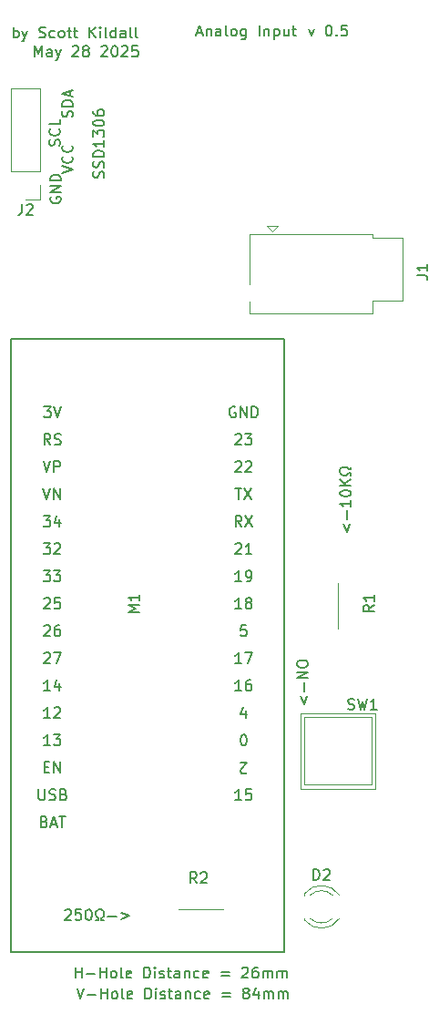
<source format=gbr>
%TF.GenerationSoftware,KiCad,Pcbnew,9.0.2*%
%TF.CreationDate,2025-05-28T09:58:12-07:00*%
%TF.ProjectId,AnalogIn,416e616c-6f67-4496-9e2e-6b696361645f,rev?*%
%TF.SameCoordinates,Original*%
%TF.FileFunction,Legend,Top*%
%TF.FilePolarity,Positive*%
%FSLAX46Y46*%
G04 Gerber Fmt 4.6, Leading zero omitted, Abs format (unit mm)*
G04 Created by KiCad (PCBNEW 9.0.2) date 2025-05-28 09:58:12*
%MOMM*%
%LPD*%
G01*
G04 APERTURE LIST*
%ADD10C,0.150000*%
%ADD11C,0.120000*%
%ADD12C,0.050000*%
G04 APERTURE END LIST*
D10*
X164807200Y-45214285D02*
X164854819Y-45071428D01*
X164854819Y-45071428D02*
X164854819Y-44833333D01*
X164854819Y-44833333D02*
X164807200Y-44738095D01*
X164807200Y-44738095D02*
X164759580Y-44690476D01*
X164759580Y-44690476D02*
X164664342Y-44642857D01*
X164664342Y-44642857D02*
X164569104Y-44642857D01*
X164569104Y-44642857D02*
X164473866Y-44690476D01*
X164473866Y-44690476D02*
X164426247Y-44738095D01*
X164426247Y-44738095D02*
X164378628Y-44833333D01*
X164378628Y-44833333D02*
X164331009Y-45023809D01*
X164331009Y-45023809D02*
X164283390Y-45119047D01*
X164283390Y-45119047D02*
X164235771Y-45166666D01*
X164235771Y-45166666D02*
X164140533Y-45214285D01*
X164140533Y-45214285D02*
X164045295Y-45214285D01*
X164045295Y-45214285D02*
X163950057Y-45166666D01*
X163950057Y-45166666D02*
X163902438Y-45119047D01*
X163902438Y-45119047D02*
X163854819Y-45023809D01*
X163854819Y-45023809D02*
X163854819Y-44785714D01*
X163854819Y-44785714D02*
X163902438Y-44642857D01*
X164854819Y-44214285D02*
X163854819Y-44214285D01*
X163854819Y-44214285D02*
X163854819Y-43976190D01*
X163854819Y-43976190D02*
X163902438Y-43833333D01*
X163902438Y-43833333D02*
X163997676Y-43738095D01*
X163997676Y-43738095D02*
X164092914Y-43690476D01*
X164092914Y-43690476D02*
X164283390Y-43642857D01*
X164283390Y-43642857D02*
X164426247Y-43642857D01*
X164426247Y-43642857D02*
X164616723Y-43690476D01*
X164616723Y-43690476D02*
X164711961Y-43738095D01*
X164711961Y-43738095D02*
X164807200Y-43833333D01*
X164807200Y-43833333D02*
X164854819Y-43976190D01*
X164854819Y-43976190D02*
X164854819Y-44214285D01*
X164569104Y-43261904D02*
X164569104Y-42785714D01*
X164854819Y-43357142D02*
X163854819Y-43023809D01*
X163854819Y-43023809D02*
X164854819Y-42690476D01*
X163607200Y-47890475D02*
X163654819Y-47747618D01*
X163654819Y-47747618D02*
X163654819Y-47509523D01*
X163654819Y-47509523D02*
X163607200Y-47414285D01*
X163607200Y-47414285D02*
X163559580Y-47366666D01*
X163559580Y-47366666D02*
X163464342Y-47319047D01*
X163464342Y-47319047D02*
X163369104Y-47319047D01*
X163369104Y-47319047D02*
X163273866Y-47366666D01*
X163273866Y-47366666D02*
X163226247Y-47414285D01*
X163226247Y-47414285D02*
X163178628Y-47509523D01*
X163178628Y-47509523D02*
X163131009Y-47699999D01*
X163131009Y-47699999D02*
X163083390Y-47795237D01*
X163083390Y-47795237D02*
X163035771Y-47842856D01*
X163035771Y-47842856D02*
X162940533Y-47890475D01*
X162940533Y-47890475D02*
X162845295Y-47890475D01*
X162845295Y-47890475D02*
X162750057Y-47842856D01*
X162750057Y-47842856D02*
X162702438Y-47795237D01*
X162702438Y-47795237D02*
X162654819Y-47699999D01*
X162654819Y-47699999D02*
X162654819Y-47461904D01*
X162654819Y-47461904D02*
X162702438Y-47319047D01*
X163559580Y-46319047D02*
X163607200Y-46366666D01*
X163607200Y-46366666D02*
X163654819Y-46509523D01*
X163654819Y-46509523D02*
X163654819Y-46604761D01*
X163654819Y-46604761D02*
X163607200Y-46747618D01*
X163607200Y-46747618D02*
X163511961Y-46842856D01*
X163511961Y-46842856D02*
X163416723Y-46890475D01*
X163416723Y-46890475D02*
X163226247Y-46938094D01*
X163226247Y-46938094D02*
X163083390Y-46938094D01*
X163083390Y-46938094D02*
X162892914Y-46890475D01*
X162892914Y-46890475D02*
X162797676Y-46842856D01*
X162797676Y-46842856D02*
X162702438Y-46747618D01*
X162702438Y-46747618D02*
X162654819Y-46604761D01*
X162654819Y-46604761D02*
X162654819Y-46509523D01*
X162654819Y-46509523D02*
X162702438Y-46366666D01*
X162702438Y-46366666D02*
X162750057Y-46319047D01*
X163654819Y-45414285D02*
X163654819Y-45890475D01*
X163654819Y-45890475D02*
X162654819Y-45890475D01*
X163854819Y-50433332D02*
X164854819Y-50099999D01*
X164854819Y-50099999D02*
X163854819Y-49766666D01*
X164759580Y-48861904D02*
X164807200Y-48909523D01*
X164807200Y-48909523D02*
X164854819Y-49052380D01*
X164854819Y-49052380D02*
X164854819Y-49147618D01*
X164854819Y-49147618D02*
X164807200Y-49290475D01*
X164807200Y-49290475D02*
X164711961Y-49385713D01*
X164711961Y-49385713D02*
X164616723Y-49433332D01*
X164616723Y-49433332D02*
X164426247Y-49480951D01*
X164426247Y-49480951D02*
X164283390Y-49480951D01*
X164283390Y-49480951D02*
X164092914Y-49433332D01*
X164092914Y-49433332D02*
X163997676Y-49385713D01*
X163997676Y-49385713D02*
X163902438Y-49290475D01*
X163902438Y-49290475D02*
X163854819Y-49147618D01*
X163854819Y-49147618D02*
X163854819Y-49052380D01*
X163854819Y-49052380D02*
X163902438Y-48909523D01*
X163902438Y-48909523D02*
X163950057Y-48861904D01*
X164759580Y-47861904D02*
X164807200Y-47909523D01*
X164807200Y-47909523D02*
X164854819Y-48052380D01*
X164854819Y-48052380D02*
X164854819Y-48147618D01*
X164854819Y-48147618D02*
X164807200Y-48290475D01*
X164807200Y-48290475D02*
X164711961Y-48385713D01*
X164711961Y-48385713D02*
X164616723Y-48433332D01*
X164616723Y-48433332D02*
X164426247Y-48480951D01*
X164426247Y-48480951D02*
X164283390Y-48480951D01*
X164283390Y-48480951D02*
X164092914Y-48433332D01*
X164092914Y-48433332D02*
X163997676Y-48385713D01*
X163997676Y-48385713D02*
X163902438Y-48290475D01*
X163902438Y-48290475D02*
X163854819Y-48147618D01*
X163854819Y-48147618D02*
X163854819Y-48052380D01*
X163854819Y-48052380D02*
X163902438Y-47909523D01*
X163902438Y-47909523D02*
X163950057Y-47861904D01*
X162802438Y-52661904D02*
X162754819Y-52757142D01*
X162754819Y-52757142D02*
X162754819Y-52899999D01*
X162754819Y-52899999D02*
X162802438Y-53042856D01*
X162802438Y-53042856D02*
X162897676Y-53138094D01*
X162897676Y-53138094D02*
X162992914Y-53185713D01*
X162992914Y-53185713D02*
X163183390Y-53233332D01*
X163183390Y-53233332D02*
X163326247Y-53233332D01*
X163326247Y-53233332D02*
X163516723Y-53185713D01*
X163516723Y-53185713D02*
X163611961Y-53138094D01*
X163611961Y-53138094D02*
X163707200Y-53042856D01*
X163707200Y-53042856D02*
X163754819Y-52899999D01*
X163754819Y-52899999D02*
X163754819Y-52804761D01*
X163754819Y-52804761D02*
X163707200Y-52661904D01*
X163707200Y-52661904D02*
X163659580Y-52614285D01*
X163659580Y-52614285D02*
X163326247Y-52614285D01*
X163326247Y-52614285D02*
X163326247Y-52804761D01*
X163754819Y-52185713D02*
X162754819Y-52185713D01*
X162754819Y-52185713D02*
X163754819Y-51614285D01*
X163754819Y-51614285D02*
X162754819Y-51614285D01*
X163754819Y-51138094D02*
X162754819Y-51138094D01*
X162754819Y-51138094D02*
X162754819Y-50899999D01*
X162754819Y-50899999D02*
X162802438Y-50757142D01*
X162802438Y-50757142D02*
X162897676Y-50661904D01*
X162897676Y-50661904D02*
X162992914Y-50614285D01*
X162992914Y-50614285D02*
X163183390Y-50566666D01*
X163183390Y-50566666D02*
X163326247Y-50566666D01*
X163326247Y-50566666D02*
X163516723Y-50614285D01*
X163516723Y-50614285D02*
X163611961Y-50661904D01*
X163611961Y-50661904D02*
X163707200Y-50757142D01*
X163707200Y-50757142D02*
X163754819Y-50899999D01*
X163754819Y-50899999D02*
X163754819Y-51138094D01*
X167707200Y-50866666D02*
X167754819Y-50723809D01*
X167754819Y-50723809D02*
X167754819Y-50485714D01*
X167754819Y-50485714D02*
X167707200Y-50390476D01*
X167707200Y-50390476D02*
X167659580Y-50342857D01*
X167659580Y-50342857D02*
X167564342Y-50295238D01*
X167564342Y-50295238D02*
X167469104Y-50295238D01*
X167469104Y-50295238D02*
X167373866Y-50342857D01*
X167373866Y-50342857D02*
X167326247Y-50390476D01*
X167326247Y-50390476D02*
X167278628Y-50485714D01*
X167278628Y-50485714D02*
X167231009Y-50676190D01*
X167231009Y-50676190D02*
X167183390Y-50771428D01*
X167183390Y-50771428D02*
X167135771Y-50819047D01*
X167135771Y-50819047D02*
X167040533Y-50866666D01*
X167040533Y-50866666D02*
X166945295Y-50866666D01*
X166945295Y-50866666D02*
X166850057Y-50819047D01*
X166850057Y-50819047D02*
X166802438Y-50771428D01*
X166802438Y-50771428D02*
X166754819Y-50676190D01*
X166754819Y-50676190D02*
X166754819Y-50438095D01*
X166754819Y-50438095D02*
X166802438Y-50295238D01*
X167707200Y-49914285D02*
X167754819Y-49771428D01*
X167754819Y-49771428D02*
X167754819Y-49533333D01*
X167754819Y-49533333D02*
X167707200Y-49438095D01*
X167707200Y-49438095D02*
X167659580Y-49390476D01*
X167659580Y-49390476D02*
X167564342Y-49342857D01*
X167564342Y-49342857D02*
X167469104Y-49342857D01*
X167469104Y-49342857D02*
X167373866Y-49390476D01*
X167373866Y-49390476D02*
X167326247Y-49438095D01*
X167326247Y-49438095D02*
X167278628Y-49533333D01*
X167278628Y-49533333D02*
X167231009Y-49723809D01*
X167231009Y-49723809D02*
X167183390Y-49819047D01*
X167183390Y-49819047D02*
X167135771Y-49866666D01*
X167135771Y-49866666D02*
X167040533Y-49914285D01*
X167040533Y-49914285D02*
X166945295Y-49914285D01*
X166945295Y-49914285D02*
X166850057Y-49866666D01*
X166850057Y-49866666D02*
X166802438Y-49819047D01*
X166802438Y-49819047D02*
X166754819Y-49723809D01*
X166754819Y-49723809D02*
X166754819Y-49485714D01*
X166754819Y-49485714D02*
X166802438Y-49342857D01*
X167754819Y-48914285D02*
X166754819Y-48914285D01*
X166754819Y-48914285D02*
X166754819Y-48676190D01*
X166754819Y-48676190D02*
X166802438Y-48533333D01*
X166802438Y-48533333D02*
X166897676Y-48438095D01*
X166897676Y-48438095D02*
X166992914Y-48390476D01*
X166992914Y-48390476D02*
X167183390Y-48342857D01*
X167183390Y-48342857D02*
X167326247Y-48342857D01*
X167326247Y-48342857D02*
X167516723Y-48390476D01*
X167516723Y-48390476D02*
X167611961Y-48438095D01*
X167611961Y-48438095D02*
X167707200Y-48533333D01*
X167707200Y-48533333D02*
X167754819Y-48676190D01*
X167754819Y-48676190D02*
X167754819Y-48914285D01*
X167754819Y-47390476D02*
X167754819Y-47961904D01*
X167754819Y-47676190D02*
X166754819Y-47676190D01*
X166754819Y-47676190D02*
X166897676Y-47771428D01*
X166897676Y-47771428D02*
X166992914Y-47866666D01*
X166992914Y-47866666D02*
X167040533Y-47961904D01*
X166754819Y-47057142D02*
X166754819Y-46438095D01*
X166754819Y-46438095D02*
X167135771Y-46771428D01*
X167135771Y-46771428D02*
X167135771Y-46628571D01*
X167135771Y-46628571D02*
X167183390Y-46533333D01*
X167183390Y-46533333D02*
X167231009Y-46485714D01*
X167231009Y-46485714D02*
X167326247Y-46438095D01*
X167326247Y-46438095D02*
X167564342Y-46438095D01*
X167564342Y-46438095D02*
X167659580Y-46485714D01*
X167659580Y-46485714D02*
X167707200Y-46533333D01*
X167707200Y-46533333D02*
X167754819Y-46628571D01*
X167754819Y-46628571D02*
X167754819Y-46914285D01*
X167754819Y-46914285D02*
X167707200Y-47009523D01*
X167707200Y-47009523D02*
X167659580Y-47057142D01*
X166754819Y-45819047D02*
X166754819Y-45723809D01*
X166754819Y-45723809D02*
X166802438Y-45628571D01*
X166802438Y-45628571D02*
X166850057Y-45580952D01*
X166850057Y-45580952D02*
X166945295Y-45533333D01*
X166945295Y-45533333D02*
X167135771Y-45485714D01*
X167135771Y-45485714D02*
X167373866Y-45485714D01*
X167373866Y-45485714D02*
X167564342Y-45533333D01*
X167564342Y-45533333D02*
X167659580Y-45580952D01*
X167659580Y-45580952D02*
X167707200Y-45628571D01*
X167707200Y-45628571D02*
X167754819Y-45723809D01*
X167754819Y-45723809D02*
X167754819Y-45819047D01*
X167754819Y-45819047D02*
X167707200Y-45914285D01*
X167707200Y-45914285D02*
X167659580Y-45961904D01*
X167659580Y-45961904D02*
X167564342Y-46009523D01*
X167564342Y-46009523D02*
X167373866Y-46057142D01*
X167373866Y-46057142D02*
X167135771Y-46057142D01*
X167135771Y-46057142D02*
X166945295Y-46009523D01*
X166945295Y-46009523D02*
X166850057Y-45961904D01*
X166850057Y-45961904D02*
X166802438Y-45914285D01*
X166802438Y-45914285D02*
X166754819Y-45819047D01*
X166754819Y-44628571D02*
X166754819Y-44819047D01*
X166754819Y-44819047D02*
X166802438Y-44914285D01*
X166802438Y-44914285D02*
X166850057Y-44961904D01*
X166850057Y-44961904D02*
X166992914Y-45057142D01*
X166992914Y-45057142D02*
X167183390Y-45104761D01*
X167183390Y-45104761D02*
X167564342Y-45104761D01*
X167564342Y-45104761D02*
X167659580Y-45057142D01*
X167659580Y-45057142D02*
X167707200Y-45009523D01*
X167707200Y-45009523D02*
X167754819Y-44914285D01*
X167754819Y-44914285D02*
X167754819Y-44723809D01*
X167754819Y-44723809D02*
X167707200Y-44628571D01*
X167707200Y-44628571D02*
X167659580Y-44580952D01*
X167659580Y-44580952D02*
X167564342Y-44533333D01*
X167564342Y-44533333D02*
X167326247Y-44533333D01*
X167326247Y-44533333D02*
X167231009Y-44580952D01*
X167231009Y-44580952D02*
X167183390Y-44628571D01*
X167183390Y-44628571D02*
X167135771Y-44723809D01*
X167135771Y-44723809D02*
X167135771Y-44914285D01*
X167135771Y-44914285D02*
X167183390Y-45009523D01*
X167183390Y-45009523D02*
X167231009Y-45057142D01*
X167231009Y-45057142D02*
X167326247Y-45104761D01*
X186038152Y-98988095D02*
X186323866Y-99749999D01*
X186323866Y-99749999D02*
X186609580Y-98988095D01*
X186371485Y-98607142D02*
X186371485Y-97750000D01*
X186704819Y-97369047D02*
X185704819Y-97369047D01*
X185704819Y-97369047D02*
X186704819Y-96797619D01*
X186704819Y-96797619D02*
X185704819Y-96797619D01*
X185704819Y-96130952D02*
X185704819Y-95940476D01*
X185704819Y-95940476D02*
X185752438Y-95845238D01*
X185752438Y-95845238D02*
X185847676Y-95750000D01*
X185847676Y-95750000D02*
X186038152Y-95702381D01*
X186038152Y-95702381D02*
X186371485Y-95702381D01*
X186371485Y-95702381D02*
X186561961Y-95750000D01*
X186561961Y-95750000D02*
X186657200Y-95845238D01*
X186657200Y-95845238D02*
X186704819Y-95940476D01*
X186704819Y-95940476D02*
X186704819Y-96130952D01*
X186704819Y-96130952D02*
X186657200Y-96226190D01*
X186657200Y-96226190D02*
X186561961Y-96321428D01*
X186561961Y-96321428D02*
X186371485Y-96369047D01*
X186371485Y-96369047D02*
X186038152Y-96369047D01*
X186038152Y-96369047D02*
X185847676Y-96321428D01*
X185847676Y-96321428D02*
X185752438Y-96226190D01*
X185752438Y-96226190D02*
X185704819Y-96130952D01*
X165242857Y-126164819D02*
X165576190Y-127164819D01*
X165576190Y-127164819D02*
X165909523Y-126164819D01*
X166242857Y-126783866D02*
X167004762Y-126783866D01*
X167480952Y-127164819D02*
X167480952Y-126164819D01*
X167480952Y-126641009D02*
X168052380Y-126641009D01*
X168052380Y-127164819D02*
X168052380Y-126164819D01*
X168671428Y-127164819D02*
X168576190Y-127117200D01*
X168576190Y-127117200D02*
X168528571Y-127069580D01*
X168528571Y-127069580D02*
X168480952Y-126974342D01*
X168480952Y-126974342D02*
X168480952Y-126688628D01*
X168480952Y-126688628D02*
X168528571Y-126593390D01*
X168528571Y-126593390D02*
X168576190Y-126545771D01*
X168576190Y-126545771D02*
X168671428Y-126498152D01*
X168671428Y-126498152D02*
X168814285Y-126498152D01*
X168814285Y-126498152D02*
X168909523Y-126545771D01*
X168909523Y-126545771D02*
X168957142Y-126593390D01*
X168957142Y-126593390D02*
X169004761Y-126688628D01*
X169004761Y-126688628D02*
X169004761Y-126974342D01*
X169004761Y-126974342D02*
X168957142Y-127069580D01*
X168957142Y-127069580D02*
X168909523Y-127117200D01*
X168909523Y-127117200D02*
X168814285Y-127164819D01*
X168814285Y-127164819D02*
X168671428Y-127164819D01*
X169576190Y-127164819D02*
X169480952Y-127117200D01*
X169480952Y-127117200D02*
X169433333Y-127021961D01*
X169433333Y-127021961D02*
X169433333Y-126164819D01*
X170338095Y-127117200D02*
X170242857Y-127164819D01*
X170242857Y-127164819D02*
X170052381Y-127164819D01*
X170052381Y-127164819D02*
X169957143Y-127117200D01*
X169957143Y-127117200D02*
X169909524Y-127021961D01*
X169909524Y-127021961D02*
X169909524Y-126641009D01*
X169909524Y-126641009D02*
X169957143Y-126545771D01*
X169957143Y-126545771D02*
X170052381Y-126498152D01*
X170052381Y-126498152D02*
X170242857Y-126498152D01*
X170242857Y-126498152D02*
X170338095Y-126545771D01*
X170338095Y-126545771D02*
X170385714Y-126641009D01*
X170385714Y-126641009D02*
X170385714Y-126736247D01*
X170385714Y-126736247D02*
X169909524Y-126831485D01*
X171576191Y-127164819D02*
X171576191Y-126164819D01*
X171576191Y-126164819D02*
X171814286Y-126164819D01*
X171814286Y-126164819D02*
X171957143Y-126212438D01*
X171957143Y-126212438D02*
X172052381Y-126307676D01*
X172052381Y-126307676D02*
X172100000Y-126402914D01*
X172100000Y-126402914D02*
X172147619Y-126593390D01*
X172147619Y-126593390D02*
X172147619Y-126736247D01*
X172147619Y-126736247D02*
X172100000Y-126926723D01*
X172100000Y-126926723D02*
X172052381Y-127021961D01*
X172052381Y-127021961D02*
X171957143Y-127117200D01*
X171957143Y-127117200D02*
X171814286Y-127164819D01*
X171814286Y-127164819D02*
X171576191Y-127164819D01*
X172576191Y-127164819D02*
X172576191Y-126498152D01*
X172576191Y-126164819D02*
X172528572Y-126212438D01*
X172528572Y-126212438D02*
X172576191Y-126260057D01*
X172576191Y-126260057D02*
X172623810Y-126212438D01*
X172623810Y-126212438D02*
X172576191Y-126164819D01*
X172576191Y-126164819D02*
X172576191Y-126260057D01*
X173004762Y-127117200D02*
X173100000Y-127164819D01*
X173100000Y-127164819D02*
X173290476Y-127164819D01*
X173290476Y-127164819D02*
X173385714Y-127117200D01*
X173385714Y-127117200D02*
X173433333Y-127021961D01*
X173433333Y-127021961D02*
X173433333Y-126974342D01*
X173433333Y-126974342D02*
X173385714Y-126879104D01*
X173385714Y-126879104D02*
X173290476Y-126831485D01*
X173290476Y-126831485D02*
X173147619Y-126831485D01*
X173147619Y-126831485D02*
X173052381Y-126783866D01*
X173052381Y-126783866D02*
X173004762Y-126688628D01*
X173004762Y-126688628D02*
X173004762Y-126641009D01*
X173004762Y-126641009D02*
X173052381Y-126545771D01*
X173052381Y-126545771D02*
X173147619Y-126498152D01*
X173147619Y-126498152D02*
X173290476Y-126498152D01*
X173290476Y-126498152D02*
X173385714Y-126545771D01*
X173719048Y-126498152D02*
X174100000Y-126498152D01*
X173861905Y-126164819D02*
X173861905Y-127021961D01*
X173861905Y-127021961D02*
X173909524Y-127117200D01*
X173909524Y-127117200D02*
X174004762Y-127164819D01*
X174004762Y-127164819D02*
X174100000Y-127164819D01*
X174861905Y-127164819D02*
X174861905Y-126641009D01*
X174861905Y-126641009D02*
X174814286Y-126545771D01*
X174814286Y-126545771D02*
X174719048Y-126498152D01*
X174719048Y-126498152D02*
X174528572Y-126498152D01*
X174528572Y-126498152D02*
X174433334Y-126545771D01*
X174861905Y-127117200D02*
X174766667Y-127164819D01*
X174766667Y-127164819D02*
X174528572Y-127164819D01*
X174528572Y-127164819D02*
X174433334Y-127117200D01*
X174433334Y-127117200D02*
X174385715Y-127021961D01*
X174385715Y-127021961D02*
X174385715Y-126926723D01*
X174385715Y-126926723D02*
X174433334Y-126831485D01*
X174433334Y-126831485D02*
X174528572Y-126783866D01*
X174528572Y-126783866D02*
X174766667Y-126783866D01*
X174766667Y-126783866D02*
X174861905Y-126736247D01*
X175338096Y-126498152D02*
X175338096Y-127164819D01*
X175338096Y-126593390D02*
X175385715Y-126545771D01*
X175385715Y-126545771D02*
X175480953Y-126498152D01*
X175480953Y-126498152D02*
X175623810Y-126498152D01*
X175623810Y-126498152D02*
X175719048Y-126545771D01*
X175719048Y-126545771D02*
X175766667Y-126641009D01*
X175766667Y-126641009D02*
X175766667Y-127164819D01*
X176671429Y-127117200D02*
X176576191Y-127164819D01*
X176576191Y-127164819D02*
X176385715Y-127164819D01*
X176385715Y-127164819D02*
X176290477Y-127117200D01*
X176290477Y-127117200D02*
X176242858Y-127069580D01*
X176242858Y-127069580D02*
X176195239Y-126974342D01*
X176195239Y-126974342D02*
X176195239Y-126688628D01*
X176195239Y-126688628D02*
X176242858Y-126593390D01*
X176242858Y-126593390D02*
X176290477Y-126545771D01*
X176290477Y-126545771D02*
X176385715Y-126498152D01*
X176385715Y-126498152D02*
X176576191Y-126498152D01*
X176576191Y-126498152D02*
X176671429Y-126545771D01*
X177480953Y-127117200D02*
X177385715Y-127164819D01*
X177385715Y-127164819D02*
X177195239Y-127164819D01*
X177195239Y-127164819D02*
X177100001Y-127117200D01*
X177100001Y-127117200D02*
X177052382Y-127021961D01*
X177052382Y-127021961D02*
X177052382Y-126641009D01*
X177052382Y-126641009D02*
X177100001Y-126545771D01*
X177100001Y-126545771D02*
X177195239Y-126498152D01*
X177195239Y-126498152D02*
X177385715Y-126498152D01*
X177385715Y-126498152D02*
X177480953Y-126545771D01*
X177480953Y-126545771D02*
X177528572Y-126641009D01*
X177528572Y-126641009D02*
X177528572Y-126736247D01*
X177528572Y-126736247D02*
X177052382Y-126831485D01*
X178719049Y-126641009D02*
X179480954Y-126641009D01*
X179480954Y-126926723D02*
X178719049Y-126926723D01*
X180861906Y-126593390D02*
X180766668Y-126545771D01*
X180766668Y-126545771D02*
X180719049Y-126498152D01*
X180719049Y-126498152D02*
X180671430Y-126402914D01*
X180671430Y-126402914D02*
X180671430Y-126355295D01*
X180671430Y-126355295D02*
X180719049Y-126260057D01*
X180719049Y-126260057D02*
X180766668Y-126212438D01*
X180766668Y-126212438D02*
X180861906Y-126164819D01*
X180861906Y-126164819D02*
X181052382Y-126164819D01*
X181052382Y-126164819D02*
X181147620Y-126212438D01*
X181147620Y-126212438D02*
X181195239Y-126260057D01*
X181195239Y-126260057D02*
X181242858Y-126355295D01*
X181242858Y-126355295D02*
X181242858Y-126402914D01*
X181242858Y-126402914D02*
X181195239Y-126498152D01*
X181195239Y-126498152D02*
X181147620Y-126545771D01*
X181147620Y-126545771D02*
X181052382Y-126593390D01*
X181052382Y-126593390D02*
X180861906Y-126593390D01*
X180861906Y-126593390D02*
X180766668Y-126641009D01*
X180766668Y-126641009D02*
X180719049Y-126688628D01*
X180719049Y-126688628D02*
X180671430Y-126783866D01*
X180671430Y-126783866D02*
X180671430Y-126974342D01*
X180671430Y-126974342D02*
X180719049Y-127069580D01*
X180719049Y-127069580D02*
X180766668Y-127117200D01*
X180766668Y-127117200D02*
X180861906Y-127164819D01*
X180861906Y-127164819D02*
X181052382Y-127164819D01*
X181052382Y-127164819D02*
X181147620Y-127117200D01*
X181147620Y-127117200D02*
X181195239Y-127069580D01*
X181195239Y-127069580D02*
X181242858Y-126974342D01*
X181242858Y-126974342D02*
X181242858Y-126783866D01*
X181242858Y-126783866D02*
X181195239Y-126688628D01*
X181195239Y-126688628D02*
X181147620Y-126641009D01*
X181147620Y-126641009D02*
X181052382Y-126593390D01*
X182100001Y-126498152D02*
X182100001Y-127164819D01*
X181861906Y-126117200D02*
X181623811Y-126831485D01*
X181623811Y-126831485D02*
X182242858Y-126831485D01*
X182623811Y-127164819D02*
X182623811Y-126498152D01*
X182623811Y-126593390D02*
X182671430Y-126545771D01*
X182671430Y-126545771D02*
X182766668Y-126498152D01*
X182766668Y-126498152D02*
X182909525Y-126498152D01*
X182909525Y-126498152D02*
X183004763Y-126545771D01*
X183004763Y-126545771D02*
X183052382Y-126641009D01*
X183052382Y-126641009D02*
X183052382Y-127164819D01*
X183052382Y-126641009D02*
X183100001Y-126545771D01*
X183100001Y-126545771D02*
X183195239Y-126498152D01*
X183195239Y-126498152D02*
X183338096Y-126498152D01*
X183338096Y-126498152D02*
X183433335Y-126545771D01*
X183433335Y-126545771D02*
X183480954Y-126641009D01*
X183480954Y-126641009D02*
X183480954Y-127164819D01*
X183957144Y-127164819D02*
X183957144Y-126498152D01*
X183957144Y-126593390D02*
X184004763Y-126545771D01*
X184004763Y-126545771D02*
X184100001Y-126498152D01*
X184100001Y-126498152D02*
X184242858Y-126498152D01*
X184242858Y-126498152D02*
X184338096Y-126545771D01*
X184338096Y-126545771D02*
X184385715Y-126641009D01*
X184385715Y-126641009D02*
X184385715Y-127164819D01*
X184385715Y-126641009D02*
X184433334Y-126545771D01*
X184433334Y-126545771D02*
X184528572Y-126498152D01*
X184528572Y-126498152D02*
X184671429Y-126498152D01*
X184671429Y-126498152D02*
X184766668Y-126545771D01*
X184766668Y-126545771D02*
X184814287Y-126641009D01*
X184814287Y-126641009D02*
X184814287Y-127164819D01*
X161304285Y-39604819D02*
X161304285Y-38604819D01*
X161304285Y-38604819D02*
X161637618Y-39319104D01*
X161637618Y-39319104D02*
X161970951Y-38604819D01*
X161970951Y-38604819D02*
X161970951Y-39604819D01*
X162875713Y-39604819D02*
X162875713Y-39081009D01*
X162875713Y-39081009D02*
X162828094Y-38985771D01*
X162828094Y-38985771D02*
X162732856Y-38938152D01*
X162732856Y-38938152D02*
X162542380Y-38938152D01*
X162542380Y-38938152D02*
X162447142Y-38985771D01*
X162875713Y-39557200D02*
X162780475Y-39604819D01*
X162780475Y-39604819D02*
X162542380Y-39604819D01*
X162542380Y-39604819D02*
X162447142Y-39557200D01*
X162447142Y-39557200D02*
X162399523Y-39461961D01*
X162399523Y-39461961D02*
X162399523Y-39366723D01*
X162399523Y-39366723D02*
X162447142Y-39271485D01*
X162447142Y-39271485D02*
X162542380Y-39223866D01*
X162542380Y-39223866D02*
X162780475Y-39223866D01*
X162780475Y-39223866D02*
X162875713Y-39176247D01*
X163256666Y-38938152D02*
X163494761Y-39604819D01*
X163732856Y-38938152D02*
X163494761Y-39604819D01*
X163494761Y-39604819D02*
X163399523Y-39842914D01*
X163399523Y-39842914D02*
X163351904Y-39890533D01*
X163351904Y-39890533D02*
X163256666Y-39938152D01*
X164828095Y-38700057D02*
X164875714Y-38652438D01*
X164875714Y-38652438D02*
X164970952Y-38604819D01*
X164970952Y-38604819D02*
X165209047Y-38604819D01*
X165209047Y-38604819D02*
X165304285Y-38652438D01*
X165304285Y-38652438D02*
X165351904Y-38700057D01*
X165351904Y-38700057D02*
X165399523Y-38795295D01*
X165399523Y-38795295D02*
X165399523Y-38890533D01*
X165399523Y-38890533D02*
X165351904Y-39033390D01*
X165351904Y-39033390D02*
X164780476Y-39604819D01*
X164780476Y-39604819D02*
X165399523Y-39604819D01*
X165970952Y-39033390D02*
X165875714Y-38985771D01*
X165875714Y-38985771D02*
X165828095Y-38938152D01*
X165828095Y-38938152D02*
X165780476Y-38842914D01*
X165780476Y-38842914D02*
X165780476Y-38795295D01*
X165780476Y-38795295D02*
X165828095Y-38700057D01*
X165828095Y-38700057D02*
X165875714Y-38652438D01*
X165875714Y-38652438D02*
X165970952Y-38604819D01*
X165970952Y-38604819D02*
X166161428Y-38604819D01*
X166161428Y-38604819D02*
X166256666Y-38652438D01*
X166256666Y-38652438D02*
X166304285Y-38700057D01*
X166304285Y-38700057D02*
X166351904Y-38795295D01*
X166351904Y-38795295D02*
X166351904Y-38842914D01*
X166351904Y-38842914D02*
X166304285Y-38938152D01*
X166304285Y-38938152D02*
X166256666Y-38985771D01*
X166256666Y-38985771D02*
X166161428Y-39033390D01*
X166161428Y-39033390D02*
X165970952Y-39033390D01*
X165970952Y-39033390D02*
X165875714Y-39081009D01*
X165875714Y-39081009D02*
X165828095Y-39128628D01*
X165828095Y-39128628D02*
X165780476Y-39223866D01*
X165780476Y-39223866D02*
X165780476Y-39414342D01*
X165780476Y-39414342D02*
X165828095Y-39509580D01*
X165828095Y-39509580D02*
X165875714Y-39557200D01*
X165875714Y-39557200D02*
X165970952Y-39604819D01*
X165970952Y-39604819D02*
X166161428Y-39604819D01*
X166161428Y-39604819D02*
X166256666Y-39557200D01*
X166256666Y-39557200D02*
X166304285Y-39509580D01*
X166304285Y-39509580D02*
X166351904Y-39414342D01*
X166351904Y-39414342D02*
X166351904Y-39223866D01*
X166351904Y-39223866D02*
X166304285Y-39128628D01*
X166304285Y-39128628D02*
X166256666Y-39081009D01*
X166256666Y-39081009D02*
X166161428Y-39033390D01*
X167494762Y-38700057D02*
X167542381Y-38652438D01*
X167542381Y-38652438D02*
X167637619Y-38604819D01*
X167637619Y-38604819D02*
X167875714Y-38604819D01*
X167875714Y-38604819D02*
X167970952Y-38652438D01*
X167970952Y-38652438D02*
X168018571Y-38700057D01*
X168018571Y-38700057D02*
X168066190Y-38795295D01*
X168066190Y-38795295D02*
X168066190Y-38890533D01*
X168066190Y-38890533D02*
X168018571Y-39033390D01*
X168018571Y-39033390D02*
X167447143Y-39604819D01*
X167447143Y-39604819D02*
X168066190Y-39604819D01*
X168685238Y-38604819D02*
X168780476Y-38604819D01*
X168780476Y-38604819D02*
X168875714Y-38652438D01*
X168875714Y-38652438D02*
X168923333Y-38700057D01*
X168923333Y-38700057D02*
X168970952Y-38795295D01*
X168970952Y-38795295D02*
X169018571Y-38985771D01*
X169018571Y-38985771D02*
X169018571Y-39223866D01*
X169018571Y-39223866D02*
X168970952Y-39414342D01*
X168970952Y-39414342D02*
X168923333Y-39509580D01*
X168923333Y-39509580D02*
X168875714Y-39557200D01*
X168875714Y-39557200D02*
X168780476Y-39604819D01*
X168780476Y-39604819D02*
X168685238Y-39604819D01*
X168685238Y-39604819D02*
X168590000Y-39557200D01*
X168590000Y-39557200D02*
X168542381Y-39509580D01*
X168542381Y-39509580D02*
X168494762Y-39414342D01*
X168494762Y-39414342D02*
X168447143Y-39223866D01*
X168447143Y-39223866D02*
X168447143Y-38985771D01*
X168447143Y-38985771D02*
X168494762Y-38795295D01*
X168494762Y-38795295D02*
X168542381Y-38700057D01*
X168542381Y-38700057D02*
X168590000Y-38652438D01*
X168590000Y-38652438D02*
X168685238Y-38604819D01*
X169399524Y-38700057D02*
X169447143Y-38652438D01*
X169447143Y-38652438D02*
X169542381Y-38604819D01*
X169542381Y-38604819D02*
X169780476Y-38604819D01*
X169780476Y-38604819D02*
X169875714Y-38652438D01*
X169875714Y-38652438D02*
X169923333Y-38700057D01*
X169923333Y-38700057D02*
X169970952Y-38795295D01*
X169970952Y-38795295D02*
X169970952Y-38890533D01*
X169970952Y-38890533D02*
X169923333Y-39033390D01*
X169923333Y-39033390D02*
X169351905Y-39604819D01*
X169351905Y-39604819D02*
X169970952Y-39604819D01*
X170875714Y-38604819D02*
X170399524Y-38604819D01*
X170399524Y-38604819D02*
X170351905Y-39081009D01*
X170351905Y-39081009D02*
X170399524Y-39033390D01*
X170399524Y-39033390D02*
X170494762Y-38985771D01*
X170494762Y-38985771D02*
X170732857Y-38985771D01*
X170732857Y-38985771D02*
X170828095Y-39033390D01*
X170828095Y-39033390D02*
X170875714Y-39081009D01*
X170875714Y-39081009D02*
X170923333Y-39176247D01*
X170923333Y-39176247D02*
X170923333Y-39414342D01*
X170923333Y-39414342D02*
X170875714Y-39509580D01*
X170875714Y-39509580D02*
X170828095Y-39557200D01*
X170828095Y-39557200D02*
X170732857Y-39604819D01*
X170732857Y-39604819D02*
X170494762Y-39604819D01*
X170494762Y-39604819D02*
X170399524Y-39557200D01*
X170399524Y-39557200D02*
X170351905Y-39509580D01*
X190034152Y-82986285D02*
X190319866Y-83748189D01*
X190319866Y-83748189D02*
X190605580Y-82986285D01*
X190367485Y-82605332D02*
X190367485Y-81748190D01*
X190700819Y-80843428D02*
X190700819Y-81414856D01*
X190700819Y-81129142D02*
X189700819Y-81129142D01*
X189700819Y-81129142D02*
X189843676Y-81224380D01*
X189843676Y-81224380D02*
X189938914Y-81319618D01*
X189938914Y-81319618D02*
X189986533Y-81414856D01*
X189700819Y-80224380D02*
X189700819Y-80129142D01*
X189700819Y-80129142D02*
X189748438Y-80033904D01*
X189748438Y-80033904D02*
X189796057Y-79986285D01*
X189796057Y-79986285D02*
X189891295Y-79938666D01*
X189891295Y-79938666D02*
X190081771Y-79891047D01*
X190081771Y-79891047D02*
X190319866Y-79891047D01*
X190319866Y-79891047D02*
X190510342Y-79938666D01*
X190510342Y-79938666D02*
X190605580Y-79986285D01*
X190605580Y-79986285D02*
X190653200Y-80033904D01*
X190653200Y-80033904D02*
X190700819Y-80129142D01*
X190700819Y-80129142D02*
X190700819Y-80224380D01*
X190700819Y-80224380D02*
X190653200Y-80319618D01*
X190653200Y-80319618D02*
X190605580Y-80367237D01*
X190605580Y-80367237D02*
X190510342Y-80414856D01*
X190510342Y-80414856D02*
X190319866Y-80462475D01*
X190319866Y-80462475D02*
X190081771Y-80462475D01*
X190081771Y-80462475D02*
X189891295Y-80414856D01*
X189891295Y-80414856D02*
X189796057Y-80367237D01*
X189796057Y-80367237D02*
X189748438Y-80319618D01*
X189748438Y-80319618D02*
X189700819Y-80224380D01*
X190700819Y-79462475D02*
X189700819Y-79462475D01*
X190700819Y-78891047D02*
X190129390Y-79319618D01*
X189700819Y-78891047D02*
X190272247Y-79462475D01*
X190700819Y-78510094D02*
X190700819Y-78271999D01*
X190700819Y-78271999D02*
X190510342Y-78271999D01*
X190510342Y-78271999D02*
X190462723Y-78367237D01*
X190462723Y-78367237D02*
X190367485Y-78462475D01*
X190367485Y-78462475D02*
X190224628Y-78510094D01*
X190224628Y-78510094D02*
X189986533Y-78510094D01*
X189986533Y-78510094D02*
X189843676Y-78462475D01*
X189843676Y-78462475D02*
X189748438Y-78367237D01*
X189748438Y-78367237D02*
X189700819Y-78224380D01*
X189700819Y-78224380D02*
X189700819Y-78033904D01*
X189700819Y-78033904D02*
X189748438Y-77891047D01*
X189748438Y-77891047D02*
X189843676Y-77795809D01*
X189843676Y-77795809D02*
X189986533Y-77748190D01*
X189986533Y-77748190D02*
X190224628Y-77748190D01*
X190224628Y-77748190D02*
X190367485Y-77795809D01*
X190367485Y-77795809D02*
X190462723Y-77891047D01*
X190462723Y-77891047D02*
X190510342Y-77986285D01*
X190510342Y-77986285D02*
X190700819Y-77986285D01*
X190700819Y-77986285D02*
X190700819Y-77748190D01*
X164132000Y-118930057D02*
X164179619Y-118882438D01*
X164179619Y-118882438D02*
X164274857Y-118834819D01*
X164274857Y-118834819D02*
X164512952Y-118834819D01*
X164512952Y-118834819D02*
X164608190Y-118882438D01*
X164608190Y-118882438D02*
X164655809Y-118930057D01*
X164655809Y-118930057D02*
X164703428Y-119025295D01*
X164703428Y-119025295D02*
X164703428Y-119120533D01*
X164703428Y-119120533D02*
X164655809Y-119263390D01*
X164655809Y-119263390D02*
X164084381Y-119834819D01*
X164084381Y-119834819D02*
X164703428Y-119834819D01*
X165608190Y-118834819D02*
X165132000Y-118834819D01*
X165132000Y-118834819D02*
X165084381Y-119311009D01*
X165084381Y-119311009D02*
X165132000Y-119263390D01*
X165132000Y-119263390D02*
X165227238Y-119215771D01*
X165227238Y-119215771D02*
X165465333Y-119215771D01*
X165465333Y-119215771D02*
X165560571Y-119263390D01*
X165560571Y-119263390D02*
X165608190Y-119311009D01*
X165608190Y-119311009D02*
X165655809Y-119406247D01*
X165655809Y-119406247D02*
X165655809Y-119644342D01*
X165655809Y-119644342D02*
X165608190Y-119739580D01*
X165608190Y-119739580D02*
X165560571Y-119787200D01*
X165560571Y-119787200D02*
X165465333Y-119834819D01*
X165465333Y-119834819D02*
X165227238Y-119834819D01*
X165227238Y-119834819D02*
X165132000Y-119787200D01*
X165132000Y-119787200D02*
X165084381Y-119739580D01*
X166274857Y-118834819D02*
X166370095Y-118834819D01*
X166370095Y-118834819D02*
X166465333Y-118882438D01*
X166465333Y-118882438D02*
X166512952Y-118930057D01*
X166512952Y-118930057D02*
X166560571Y-119025295D01*
X166560571Y-119025295D02*
X166608190Y-119215771D01*
X166608190Y-119215771D02*
X166608190Y-119453866D01*
X166608190Y-119453866D02*
X166560571Y-119644342D01*
X166560571Y-119644342D02*
X166512952Y-119739580D01*
X166512952Y-119739580D02*
X166465333Y-119787200D01*
X166465333Y-119787200D02*
X166370095Y-119834819D01*
X166370095Y-119834819D02*
X166274857Y-119834819D01*
X166274857Y-119834819D02*
X166179619Y-119787200D01*
X166179619Y-119787200D02*
X166132000Y-119739580D01*
X166132000Y-119739580D02*
X166084381Y-119644342D01*
X166084381Y-119644342D02*
X166036762Y-119453866D01*
X166036762Y-119453866D02*
X166036762Y-119215771D01*
X166036762Y-119215771D02*
X166084381Y-119025295D01*
X166084381Y-119025295D02*
X166132000Y-118930057D01*
X166132000Y-118930057D02*
X166179619Y-118882438D01*
X166179619Y-118882438D02*
X166274857Y-118834819D01*
X166989143Y-119834819D02*
X167227238Y-119834819D01*
X167227238Y-119834819D02*
X167227238Y-119644342D01*
X167227238Y-119644342D02*
X167132000Y-119596723D01*
X167132000Y-119596723D02*
X167036762Y-119501485D01*
X167036762Y-119501485D02*
X166989143Y-119358628D01*
X166989143Y-119358628D02*
X166989143Y-119120533D01*
X166989143Y-119120533D02*
X167036762Y-118977676D01*
X167036762Y-118977676D02*
X167132000Y-118882438D01*
X167132000Y-118882438D02*
X167274857Y-118834819D01*
X167274857Y-118834819D02*
X167465333Y-118834819D01*
X167465333Y-118834819D02*
X167608190Y-118882438D01*
X167608190Y-118882438D02*
X167703428Y-118977676D01*
X167703428Y-118977676D02*
X167751047Y-119120533D01*
X167751047Y-119120533D02*
X167751047Y-119358628D01*
X167751047Y-119358628D02*
X167703428Y-119501485D01*
X167703428Y-119501485D02*
X167608190Y-119596723D01*
X167608190Y-119596723D02*
X167512952Y-119644342D01*
X167512952Y-119644342D02*
X167512952Y-119834819D01*
X167512952Y-119834819D02*
X167751047Y-119834819D01*
X168084381Y-119501485D02*
X168941524Y-119501485D01*
X169322476Y-119168152D02*
X170084381Y-119453866D01*
X170084381Y-119453866D02*
X169322476Y-119739580D01*
X165100476Y-125224819D02*
X165100476Y-124224819D01*
X165100476Y-124701009D02*
X165671904Y-124701009D01*
X165671904Y-125224819D02*
X165671904Y-124224819D01*
X166148095Y-124843866D02*
X166910000Y-124843866D01*
X167386190Y-125224819D02*
X167386190Y-124224819D01*
X167386190Y-124701009D02*
X167957618Y-124701009D01*
X167957618Y-125224819D02*
X167957618Y-124224819D01*
X168576666Y-125224819D02*
X168481428Y-125177200D01*
X168481428Y-125177200D02*
X168433809Y-125129580D01*
X168433809Y-125129580D02*
X168386190Y-125034342D01*
X168386190Y-125034342D02*
X168386190Y-124748628D01*
X168386190Y-124748628D02*
X168433809Y-124653390D01*
X168433809Y-124653390D02*
X168481428Y-124605771D01*
X168481428Y-124605771D02*
X168576666Y-124558152D01*
X168576666Y-124558152D02*
X168719523Y-124558152D01*
X168719523Y-124558152D02*
X168814761Y-124605771D01*
X168814761Y-124605771D02*
X168862380Y-124653390D01*
X168862380Y-124653390D02*
X168909999Y-124748628D01*
X168909999Y-124748628D02*
X168909999Y-125034342D01*
X168909999Y-125034342D02*
X168862380Y-125129580D01*
X168862380Y-125129580D02*
X168814761Y-125177200D01*
X168814761Y-125177200D02*
X168719523Y-125224819D01*
X168719523Y-125224819D02*
X168576666Y-125224819D01*
X169481428Y-125224819D02*
X169386190Y-125177200D01*
X169386190Y-125177200D02*
X169338571Y-125081961D01*
X169338571Y-125081961D02*
X169338571Y-124224819D01*
X170243333Y-125177200D02*
X170148095Y-125224819D01*
X170148095Y-125224819D02*
X169957619Y-125224819D01*
X169957619Y-125224819D02*
X169862381Y-125177200D01*
X169862381Y-125177200D02*
X169814762Y-125081961D01*
X169814762Y-125081961D02*
X169814762Y-124701009D01*
X169814762Y-124701009D02*
X169862381Y-124605771D01*
X169862381Y-124605771D02*
X169957619Y-124558152D01*
X169957619Y-124558152D02*
X170148095Y-124558152D01*
X170148095Y-124558152D02*
X170243333Y-124605771D01*
X170243333Y-124605771D02*
X170290952Y-124701009D01*
X170290952Y-124701009D02*
X170290952Y-124796247D01*
X170290952Y-124796247D02*
X169814762Y-124891485D01*
X171481429Y-125224819D02*
X171481429Y-124224819D01*
X171481429Y-124224819D02*
X171719524Y-124224819D01*
X171719524Y-124224819D02*
X171862381Y-124272438D01*
X171862381Y-124272438D02*
X171957619Y-124367676D01*
X171957619Y-124367676D02*
X172005238Y-124462914D01*
X172005238Y-124462914D02*
X172052857Y-124653390D01*
X172052857Y-124653390D02*
X172052857Y-124796247D01*
X172052857Y-124796247D02*
X172005238Y-124986723D01*
X172005238Y-124986723D02*
X171957619Y-125081961D01*
X171957619Y-125081961D02*
X171862381Y-125177200D01*
X171862381Y-125177200D02*
X171719524Y-125224819D01*
X171719524Y-125224819D02*
X171481429Y-125224819D01*
X172481429Y-125224819D02*
X172481429Y-124558152D01*
X172481429Y-124224819D02*
X172433810Y-124272438D01*
X172433810Y-124272438D02*
X172481429Y-124320057D01*
X172481429Y-124320057D02*
X172529048Y-124272438D01*
X172529048Y-124272438D02*
X172481429Y-124224819D01*
X172481429Y-124224819D02*
X172481429Y-124320057D01*
X172910000Y-125177200D02*
X173005238Y-125224819D01*
X173005238Y-125224819D02*
X173195714Y-125224819D01*
X173195714Y-125224819D02*
X173290952Y-125177200D01*
X173290952Y-125177200D02*
X173338571Y-125081961D01*
X173338571Y-125081961D02*
X173338571Y-125034342D01*
X173338571Y-125034342D02*
X173290952Y-124939104D01*
X173290952Y-124939104D02*
X173195714Y-124891485D01*
X173195714Y-124891485D02*
X173052857Y-124891485D01*
X173052857Y-124891485D02*
X172957619Y-124843866D01*
X172957619Y-124843866D02*
X172910000Y-124748628D01*
X172910000Y-124748628D02*
X172910000Y-124701009D01*
X172910000Y-124701009D02*
X172957619Y-124605771D01*
X172957619Y-124605771D02*
X173052857Y-124558152D01*
X173052857Y-124558152D02*
X173195714Y-124558152D01*
X173195714Y-124558152D02*
X173290952Y-124605771D01*
X173624286Y-124558152D02*
X174005238Y-124558152D01*
X173767143Y-124224819D02*
X173767143Y-125081961D01*
X173767143Y-125081961D02*
X173814762Y-125177200D01*
X173814762Y-125177200D02*
X173910000Y-125224819D01*
X173910000Y-125224819D02*
X174005238Y-125224819D01*
X174767143Y-125224819D02*
X174767143Y-124701009D01*
X174767143Y-124701009D02*
X174719524Y-124605771D01*
X174719524Y-124605771D02*
X174624286Y-124558152D01*
X174624286Y-124558152D02*
X174433810Y-124558152D01*
X174433810Y-124558152D02*
X174338572Y-124605771D01*
X174767143Y-125177200D02*
X174671905Y-125224819D01*
X174671905Y-125224819D02*
X174433810Y-125224819D01*
X174433810Y-125224819D02*
X174338572Y-125177200D01*
X174338572Y-125177200D02*
X174290953Y-125081961D01*
X174290953Y-125081961D02*
X174290953Y-124986723D01*
X174290953Y-124986723D02*
X174338572Y-124891485D01*
X174338572Y-124891485D02*
X174433810Y-124843866D01*
X174433810Y-124843866D02*
X174671905Y-124843866D01*
X174671905Y-124843866D02*
X174767143Y-124796247D01*
X175243334Y-124558152D02*
X175243334Y-125224819D01*
X175243334Y-124653390D02*
X175290953Y-124605771D01*
X175290953Y-124605771D02*
X175386191Y-124558152D01*
X175386191Y-124558152D02*
X175529048Y-124558152D01*
X175529048Y-124558152D02*
X175624286Y-124605771D01*
X175624286Y-124605771D02*
X175671905Y-124701009D01*
X175671905Y-124701009D02*
X175671905Y-125224819D01*
X176576667Y-125177200D02*
X176481429Y-125224819D01*
X176481429Y-125224819D02*
X176290953Y-125224819D01*
X176290953Y-125224819D02*
X176195715Y-125177200D01*
X176195715Y-125177200D02*
X176148096Y-125129580D01*
X176148096Y-125129580D02*
X176100477Y-125034342D01*
X176100477Y-125034342D02*
X176100477Y-124748628D01*
X176100477Y-124748628D02*
X176148096Y-124653390D01*
X176148096Y-124653390D02*
X176195715Y-124605771D01*
X176195715Y-124605771D02*
X176290953Y-124558152D01*
X176290953Y-124558152D02*
X176481429Y-124558152D01*
X176481429Y-124558152D02*
X176576667Y-124605771D01*
X177386191Y-125177200D02*
X177290953Y-125224819D01*
X177290953Y-125224819D02*
X177100477Y-125224819D01*
X177100477Y-125224819D02*
X177005239Y-125177200D01*
X177005239Y-125177200D02*
X176957620Y-125081961D01*
X176957620Y-125081961D02*
X176957620Y-124701009D01*
X176957620Y-124701009D02*
X177005239Y-124605771D01*
X177005239Y-124605771D02*
X177100477Y-124558152D01*
X177100477Y-124558152D02*
X177290953Y-124558152D01*
X177290953Y-124558152D02*
X177386191Y-124605771D01*
X177386191Y-124605771D02*
X177433810Y-124701009D01*
X177433810Y-124701009D02*
X177433810Y-124796247D01*
X177433810Y-124796247D02*
X176957620Y-124891485D01*
X178624287Y-124701009D02*
X179386192Y-124701009D01*
X179386192Y-124986723D02*
X178624287Y-124986723D01*
X180576668Y-124320057D02*
X180624287Y-124272438D01*
X180624287Y-124272438D02*
X180719525Y-124224819D01*
X180719525Y-124224819D02*
X180957620Y-124224819D01*
X180957620Y-124224819D02*
X181052858Y-124272438D01*
X181052858Y-124272438D02*
X181100477Y-124320057D01*
X181100477Y-124320057D02*
X181148096Y-124415295D01*
X181148096Y-124415295D02*
X181148096Y-124510533D01*
X181148096Y-124510533D02*
X181100477Y-124653390D01*
X181100477Y-124653390D02*
X180529049Y-125224819D01*
X180529049Y-125224819D02*
X181148096Y-125224819D01*
X182005239Y-124224819D02*
X181814763Y-124224819D01*
X181814763Y-124224819D02*
X181719525Y-124272438D01*
X181719525Y-124272438D02*
X181671906Y-124320057D01*
X181671906Y-124320057D02*
X181576668Y-124462914D01*
X181576668Y-124462914D02*
X181529049Y-124653390D01*
X181529049Y-124653390D02*
X181529049Y-125034342D01*
X181529049Y-125034342D02*
X181576668Y-125129580D01*
X181576668Y-125129580D02*
X181624287Y-125177200D01*
X181624287Y-125177200D02*
X181719525Y-125224819D01*
X181719525Y-125224819D02*
X181910001Y-125224819D01*
X181910001Y-125224819D02*
X182005239Y-125177200D01*
X182005239Y-125177200D02*
X182052858Y-125129580D01*
X182052858Y-125129580D02*
X182100477Y-125034342D01*
X182100477Y-125034342D02*
X182100477Y-124796247D01*
X182100477Y-124796247D02*
X182052858Y-124701009D01*
X182052858Y-124701009D02*
X182005239Y-124653390D01*
X182005239Y-124653390D02*
X181910001Y-124605771D01*
X181910001Y-124605771D02*
X181719525Y-124605771D01*
X181719525Y-124605771D02*
X181624287Y-124653390D01*
X181624287Y-124653390D02*
X181576668Y-124701009D01*
X181576668Y-124701009D02*
X181529049Y-124796247D01*
X182529049Y-125224819D02*
X182529049Y-124558152D01*
X182529049Y-124653390D02*
X182576668Y-124605771D01*
X182576668Y-124605771D02*
X182671906Y-124558152D01*
X182671906Y-124558152D02*
X182814763Y-124558152D01*
X182814763Y-124558152D02*
X182910001Y-124605771D01*
X182910001Y-124605771D02*
X182957620Y-124701009D01*
X182957620Y-124701009D02*
X182957620Y-125224819D01*
X182957620Y-124701009D02*
X183005239Y-124605771D01*
X183005239Y-124605771D02*
X183100477Y-124558152D01*
X183100477Y-124558152D02*
X183243334Y-124558152D01*
X183243334Y-124558152D02*
X183338573Y-124605771D01*
X183338573Y-124605771D02*
X183386192Y-124701009D01*
X183386192Y-124701009D02*
X183386192Y-125224819D01*
X183862382Y-125224819D02*
X183862382Y-124558152D01*
X183862382Y-124653390D02*
X183910001Y-124605771D01*
X183910001Y-124605771D02*
X184005239Y-124558152D01*
X184005239Y-124558152D02*
X184148096Y-124558152D01*
X184148096Y-124558152D02*
X184243334Y-124605771D01*
X184243334Y-124605771D02*
X184290953Y-124701009D01*
X184290953Y-124701009D02*
X184290953Y-125224819D01*
X184290953Y-124701009D02*
X184338572Y-124605771D01*
X184338572Y-124605771D02*
X184433810Y-124558152D01*
X184433810Y-124558152D02*
X184576667Y-124558152D01*
X184576667Y-124558152D02*
X184671906Y-124605771D01*
X184671906Y-124605771D02*
X184719525Y-124701009D01*
X184719525Y-124701009D02*
X184719525Y-125224819D01*
X159345713Y-37844819D02*
X159345713Y-36844819D01*
X159345713Y-37225771D02*
X159440951Y-37178152D01*
X159440951Y-37178152D02*
X159631427Y-37178152D01*
X159631427Y-37178152D02*
X159726665Y-37225771D01*
X159726665Y-37225771D02*
X159774284Y-37273390D01*
X159774284Y-37273390D02*
X159821903Y-37368628D01*
X159821903Y-37368628D02*
X159821903Y-37654342D01*
X159821903Y-37654342D02*
X159774284Y-37749580D01*
X159774284Y-37749580D02*
X159726665Y-37797200D01*
X159726665Y-37797200D02*
X159631427Y-37844819D01*
X159631427Y-37844819D02*
X159440951Y-37844819D01*
X159440951Y-37844819D02*
X159345713Y-37797200D01*
X160155237Y-37178152D02*
X160393332Y-37844819D01*
X160631427Y-37178152D02*
X160393332Y-37844819D01*
X160393332Y-37844819D02*
X160298094Y-38082914D01*
X160298094Y-38082914D02*
X160250475Y-38130533D01*
X160250475Y-38130533D02*
X160155237Y-38178152D01*
X161726666Y-37797200D02*
X161869523Y-37844819D01*
X161869523Y-37844819D02*
X162107618Y-37844819D01*
X162107618Y-37844819D02*
X162202856Y-37797200D01*
X162202856Y-37797200D02*
X162250475Y-37749580D01*
X162250475Y-37749580D02*
X162298094Y-37654342D01*
X162298094Y-37654342D02*
X162298094Y-37559104D01*
X162298094Y-37559104D02*
X162250475Y-37463866D01*
X162250475Y-37463866D02*
X162202856Y-37416247D01*
X162202856Y-37416247D02*
X162107618Y-37368628D01*
X162107618Y-37368628D02*
X161917142Y-37321009D01*
X161917142Y-37321009D02*
X161821904Y-37273390D01*
X161821904Y-37273390D02*
X161774285Y-37225771D01*
X161774285Y-37225771D02*
X161726666Y-37130533D01*
X161726666Y-37130533D02*
X161726666Y-37035295D01*
X161726666Y-37035295D02*
X161774285Y-36940057D01*
X161774285Y-36940057D02*
X161821904Y-36892438D01*
X161821904Y-36892438D02*
X161917142Y-36844819D01*
X161917142Y-36844819D02*
X162155237Y-36844819D01*
X162155237Y-36844819D02*
X162298094Y-36892438D01*
X163155237Y-37797200D02*
X163059999Y-37844819D01*
X163059999Y-37844819D02*
X162869523Y-37844819D01*
X162869523Y-37844819D02*
X162774285Y-37797200D01*
X162774285Y-37797200D02*
X162726666Y-37749580D01*
X162726666Y-37749580D02*
X162679047Y-37654342D01*
X162679047Y-37654342D02*
X162679047Y-37368628D01*
X162679047Y-37368628D02*
X162726666Y-37273390D01*
X162726666Y-37273390D02*
X162774285Y-37225771D01*
X162774285Y-37225771D02*
X162869523Y-37178152D01*
X162869523Y-37178152D02*
X163059999Y-37178152D01*
X163059999Y-37178152D02*
X163155237Y-37225771D01*
X163726666Y-37844819D02*
X163631428Y-37797200D01*
X163631428Y-37797200D02*
X163583809Y-37749580D01*
X163583809Y-37749580D02*
X163536190Y-37654342D01*
X163536190Y-37654342D02*
X163536190Y-37368628D01*
X163536190Y-37368628D02*
X163583809Y-37273390D01*
X163583809Y-37273390D02*
X163631428Y-37225771D01*
X163631428Y-37225771D02*
X163726666Y-37178152D01*
X163726666Y-37178152D02*
X163869523Y-37178152D01*
X163869523Y-37178152D02*
X163964761Y-37225771D01*
X163964761Y-37225771D02*
X164012380Y-37273390D01*
X164012380Y-37273390D02*
X164059999Y-37368628D01*
X164059999Y-37368628D02*
X164059999Y-37654342D01*
X164059999Y-37654342D02*
X164012380Y-37749580D01*
X164012380Y-37749580D02*
X163964761Y-37797200D01*
X163964761Y-37797200D02*
X163869523Y-37844819D01*
X163869523Y-37844819D02*
X163726666Y-37844819D01*
X164345714Y-37178152D02*
X164726666Y-37178152D01*
X164488571Y-36844819D02*
X164488571Y-37701961D01*
X164488571Y-37701961D02*
X164536190Y-37797200D01*
X164536190Y-37797200D02*
X164631428Y-37844819D01*
X164631428Y-37844819D02*
X164726666Y-37844819D01*
X164917143Y-37178152D02*
X165298095Y-37178152D01*
X165060000Y-36844819D02*
X165060000Y-37701961D01*
X165060000Y-37701961D02*
X165107619Y-37797200D01*
X165107619Y-37797200D02*
X165202857Y-37844819D01*
X165202857Y-37844819D02*
X165298095Y-37844819D01*
X166393334Y-37844819D02*
X166393334Y-36844819D01*
X166964762Y-37844819D02*
X166536191Y-37273390D01*
X166964762Y-36844819D02*
X166393334Y-37416247D01*
X167393334Y-37844819D02*
X167393334Y-37178152D01*
X167393334Y-36844819D02*
X167345715Y-36892438D01*
X167345715Y-36892438D02*
X167393334Y-36940057D01*
X167393334Y-36940057D02*
X167440953Y-36892438D01*
X167440953Y-36892438D02*
X167393334Y-36844819D01*
X167393334Y-36844819D02*
X167393334Y-36940057D01*
X168012381Y-37844819D02*
X167917143Y-37797200D01*
X167917143Y-37797200D02*
X167869524Y-37701961D01*
X167869524Y-37701961D02*
X167869524Y-36844819D01*
X168821905Y-37844819D02*
X168821905Y-36844819D01*
X168821905Y-37797200D02*
X168726667Y-37844819D01*
X168726667Y-37844819D02*
X168536191Y-37844819D01*
X168536191Y-37844819D02*
X168440953Y-37797200D01*
X168440953Y-37797200D02*
X168393334Y-37749580D01*
X168393334Y-37749580D02*
X168345715Y-37654342D01*
X168345715Y-37654342D02*
X168345715Y-37368628D01*
X168345715Y-37368628D02*
X168393334Y-37273390D01*
X168393334Y-37273390D02*
X168440953Y-37225771D01*
X168440953Y-37225771D02*
X168536191Y-37178152D01*
X168536191Y-37178152D02*
X168726667Y-37178152D01*
X168726667Y-37178152D02*
X168821905Y-37225771D01*
X169726667Y-37844819D02*
X169726667Y-37321009D01*
X169726667Y-37321009D02*
X169679048Y-37225771D01*
X169679048Y-37225771D02*
X169583810Y-37178152D01*
X169583810Y-37178152D02*
X169393334Y-37178152D01*
X169393334Y-37178152D02*
X169298096Y-37225771D01*
X169726667Y-37797200D02*
X169631429Y-37844819D01*
X169631429Y-37844819D02*
X169393334Y-37844819D01*
X169393334Y-37844819D02*
X169298096Y-37797200D01*
X169298096Y-37797200D02*
X169250477Y-37701961D01*
X169250477Y-37701961D02*
X169250477Y-37606723D01*
X169250477Y-37606723D02*
X169298096Y-37511485D01*
X169298096Y-37511485D02*
X169393334Y-37463866D01*
X169393334Y-37463866D02*
X169631429Y-37463866D01*
X169631429Y-37463866D02*
X169726667Y-37416247D01*
X170345715Y-37844819D02*
X170250477Y-37797200D01*
X170250477Y-37797200D02*
X170202858Y-37701961D01*
X170202858Y-37701961D02*
X170202858Y-36844819D01*
X170869525Y-37844819D02*
X170774287Y-37797200D01*
X170774287Y-37797200D02*
X170726668Y-37701961D01*
X170726668Y-37701961D02*
X170726668Y-36844819D01*
X186800476Y-37008152D02*
X187038571Y-37674819D01*
X187038571Y-37674819D02*
X187276666Y-37008152D01*
X188610000Y-36674819D02*
X188705238Y-36674819D01*
X188705238Y-36674819D02*
X188800476Y-36722438D01*
X188800476Y-36722438D02*
X188848095Y-36770057D01*
X188848095Y-36770057D02*
X188895714Y-36865295D01*
X188895714Y-36865295D02*
X188943333Y-37055771D01*
X188943333Y-37055771D02*
X188943333Y-37293866D01*
X188943333Y-37293866D02*
X188895714Y-37484342D01*
X188895714Y-37484342D02*
X188848095Y-37579580D01*
X188848095Y-37579580D02*
X188800476Y-37627200D01*
X188800476Y-37627200D02*
X188705238Y-37674819D01*
X188705238Y-37674819D02*
X188610000Y-37674819D01*
X188610000Y-37674819D02*
X188514762Y-37627200D01*
X188514762Y-37627200D02*
X188467143Y-37579580D01*
X188467143Y-37579580D02*
X188419524Y-37484342D01*
X188419524Y-37484342D02*
X188371905Y-37293866D01*
X188371905Y-37293866D02*
X188371905Y-37055771D01*
X188371905Y-37055771D02*
X188419524Y-36865295D01*
X188419524Y-36865295D02*
X188467143Y-36770057D01*
X188467143Y-36770057D02*
X188514762Y-36722438D01*
X188514762Y-36722438D02*
X188610000Y-36674819D01*
X189371905Y-37579580D02*
X189419524Y-37627200D01*
X189419524Y-37627200D02*
X189371905Y-37674819D01*
X189371905Y-37674819D02*
X189324286Y-37627200D01*
X189324286Y-37627200D02*
X189371905Y-37579580D01*
X189371905Y-37579580D02*
X189371905Y-37674819D01*
X190324285Y-36674819D02*
X189848095Y-36674819D01*
X189848095Y-36674819D02*
X189800476Y-37151009D01*
X189800476Y-37151009D02*
X189848095Y-37103390D01*
X189848095Y-37103390D02*
X189943333Y-37055771D01*
X189943333Y-37055771D02*
X190181428Y-37055771D01*
X190181428Y-37055771D02*
X190276666Y-37103390D01*
X190276666Y-37103390D02*
X190324285Y-37151009D01*
X190324285Y-37151009D02*
X190371904Y-37246247D01*
X190371904Y-37246247D02*
X190371904Y-37484342D01*
X190371904Y-37484342D02*
X190324285Y-37579580D01*
X190324285Y-37579580D02*
X190276666Y-37627200D01*
X190276666Y-37627200D02*
X190181428Y-37674819D01*
X190181428Y-37674819D02*
X189943333Y-37674819D01*
X189943333Y-37674819D02*
X189848095Y-37627200D01*
X189848095Y-37627200D02*
X189800476Y-37579580D01*
X176368571Y-37389104D02*
X176844761Y-37389104D01*
X176273333Y-37674819D02*
X176606666Y-36674819D01*
X176606666Y-36674819D02*
X176939999Y-37674819D01*
X177273333Y-37008152D02*
X177273333Y-37674819D01*
X177273333Y-37103390D02*
X177320952Y-37055771D01*
X177320952Y-37055771D02*
X177416190Y-37008152D01*
X177416190Y-37008152D02*
X177559047Y-37008152D01*
X177559047Y-37008152D02*
X177654285Y-37055771D01*
X177654285Y-37055771D02*
X177701904Y-37151009D01*
X177701904Y-37151009D02*
X177701904Y-37674819D01*
X178606666Y-37674819D02*
X178606666Y-37151009D01*
X178606666Y-37151009D02*
X178559047Y-37055771D01*
X178559047Y-37055771D02*
X178463809Y-37008152D01*
X178463809Y-37008152D02*
X178273333Y-37008152D01*
X178273333Y-37008152D02*
X178178095Y-37055771D01*
X178606666Y-37627200D02*
X178511428Y-37674819D01*
X178511428Y-37674819D02*
X178273333Y-37674819D01*
X178273333Y-37674819D02*
X178178095Y-37627200D01*
X178178095Y-37627200D02*
X178130476Y-37531961D01*
X178130476Y-37531961D02*
X178130476Y-37436723D01*
X178130476Y-37436723D02*
X178178095Y-37341485D01*
X178178095Y-37341485D02*
X178273333Y-37293866D01*
X178273333Y-37293866D02*
X178511428Y-37293866D01*
X178511428Y-37293866D02*
X178606666Y-37246247D01*
X179225714Y-37674819D02*
X179130476Y-37627200D01*
X179130476Y-37627200D02*
X179082857Y-37531961D01*
X179082857Y-37531961D02*
X179082857Y-36674819D01*
X179749524Y-37674819D02*
X179654286Y-37627200D01*
X179654286Y-37627200D02*
X179606667Y-37579580D01*
X179606667Y-37579580D02*
X179559048Y-37484342D01*
X179559048Y-37484342D02*
X179559048Y-37198628D01*
X179559048Y-37198628D02*
X179606667Y-37103390D01*
X179606667Y-37103390D02*
X179654286Y-37055771D01*
X179654286Y-37055771D02*
X179749524Y-37008152D01*
X179749524Y-37008152D02*
X179892381Y-37008152D01*
X179892381Y-37008152D02*
X179987619Y-37055771D01*
X179987619Y-37055771D02*
X180035238Y-37103390D01*
X180035238Y-37103390D02*
X180082857Y-37198628D01*
X180082857Y-37198628D02*
X180082857Y-37484342D01*
X180082857Y-37484342D02*
X180035238Y-37579580D01*
X180035238Y-37579580D02*
X179987619Y-37627200D01*
X179987619Y-37627200D02*
X179892381Y-37674819D01*
X179892381Y-37674819D02*
X179749524Y-37674819D01*
X180940000Y-37008152D02*
X180940000Y-37817676D01*
X180940000Y-37817676D02*
X180892381Y-37912914D01*
X180892381Y-37912914D02*
X180844762Y-37960533D01*
X180844762Y-37960533D02*
X180749524Y-38008152D01*
X180749524Y-38008152D02*
X180606667Y-38008152D01*
X180606667Y-38008152D02*
X180511429Y-37960533D01*
X180940000Y-37627200D02*
X180844762Y-37674819D01*
X180844762Y-37674819D02*
X180654286Y-37674819D01*
X180654286Y-37674819D02*
X180559048Y-37627200D01*
X180559048Y-37627200D02*
X180511429Y-37579580D01*
X180511429Y-37579580D02*
X180463810Y-37484342D01*
X180463810Y-37484342D02*
X180463810Y-37198628D01*
X180463810Y-37198628D02*
X180511429Y-37103390D01*
X180511429Y-37103390D02*
X180559048Y-37055771D01*
X180559048Y-37055771D02*
X180654286Y-37008152D01*
X180654286Y-37008152D02*
X180844762Y-37008152D01*
X180844762Y-37008152D02*
X180940000Y-37055771D01*
X182178096Y-37674819D02*
X182178096Y-36674819D01*
X182654286Y-37008152D02*
X182654286Y-37674819D01*
X182654286Y-37103390D02*
X182701905Y-37055771D01*
X182701905Y-37055771D02*
X182797143Y-37008152D01*
X182797143Y-37008152D02*
X182940000Y-37008152D01*
X182940000Y-37008152D02*
X183035238Y-37055771D01*
X183035238Y-37055771D02*
X183082857Y-37151009D01*
X183082857Y-37151009D02*
X183082857Y-37674819D01*
X183559048Y-37008152D02*
X183559048Y-38008152D01*
X183559048Y-37055771D02*
X183654286Y-37008152D01*
X183654286Y-37008152D02*
X183844762Y-37008152D01*
X183844762Y-37008152D02*
X183940000Y-37055771D01*
X183940000Y-37055771D02*
X183987619Y-37103390D01*
X183987619Y-37103390D02*
X184035238Y-37198628D01*
X184035238Y-37198628D02*
X184035238Y-37484342D01*
X184035238Y-37484342D02*
X183987619Y-37579580D01*
X183987619Y-37579580D02*
X183940000Y-37627200D01*
X183940000Y-37627200D02*
X183844762Y-37674819D01*
X183844762Y-37674819D02*
X183654286Y-37674819D01*
X183654286Y-37674819D02*
X183559048Y-37627200D01*
X184892381Y-37008152D02*
X184892381Y-37674819D01*
X184463810Y-37008152D02*
X184463810Y-37531961D01*
X184463810Y-37531961D02*
X184511429Y-37627200D01*
X184511429Y-37627200D02*
X184606667Y-37674819D01*
X184606667Y-37674819D02*
X184749524Y-37674819D01*
X184749524Y-37674819D02*
X184844762Y-37627200D01*
X184844762Y-37627200D02*
X184892381Y-37579580D01*
X185225715Y-37008152D02*
X185606667Y-37008152D01*
X185368572Y-36674819D02*
X185368572Y-37531961D01*
X185368572Y-37531961D02*
X185416191Y-37627200D01*
X185416191Y-37627200D02*
X185511429Y-37674819D01*
X185511429Y-37674819D02*
X185606667Y-37674819D01*
X171015819Y-91258923D02*
X170015819Y-91258923D01*
X170015819Y-91258923D02*
X170730104Y-90925590D01*
X170730104Y-90925590D02*
X170015819Y-90592257D01*
X170015819Y-90592257D02*
X171015819Y-90592257D01*
X171015819Y-89592257D02*
X171015819Y-90163685D01*
X171015819Y-89877971D02*
X170015819Y-89877971D01*
X170015819Y-89877971D02*
X170158676Y-89973209D01*
X170158676Y-89973209D02*
X170253914Y-90068447D01*
X170253914Y-90068447D02*
X170301533Y-90163685D01*
X162131476Y-84824219D02*
X162750523Y-84824219D01*
X162750523Y-84824219D02*
X162417190Y-85205171D01*
X162417190Y-85205171D02*
X162560047Y-85205171D01*
X162560047Y-85205171D02*
X162655285Y-85252790D01*
X162655285Y-85252790D02*
X162702904Y-85300409D01*
X162702904Y-85300409D02*
X162750523Y-85395647D01*
X162750523Y-85395647D02*
X162750523Y-85633742D01*
X162750523Y-85633742D02*
X162702904Y-85728980D01*
X162702904Y-85728980D02*
X162655285Y-85776600D01*
X162655285Y-85776600D02*
X162560047Y-85824219D01*
X162560047Y-85824219D02*
X162274333Y-85824219D01*
X162274333Y-85824219D02*
X162179095Y-85776600D01*
X162179095Y-85776600D02*
X162131476Y-85728980D01*
X163131476Y-84919457D02*
X163179095Y-84871838D01*
X163179095Y-84871838D02*
X163274333Y-84824219D01*
X163274333Y-84824219D02*
X163512428Y-84824219D01*
X163512428Y-84824219D02*
X163607666Y-84871838D01*
X163607666Y-84871838D02*
X163655285Y-84919457D01*
X163655285Y-84919457D02*
X163702904Y-85014695D01*
X163702904Y-85014695D02*
X163702904Y-85109933D01*
X163702904Y-85109933D02*
X163655285Y-85252790D01*
X163655285Y-85252790D02*
X163083857Y-85824219D01*
X163083857Y-85824219D02*
X163702904Y-85824219D01*
X161679095Y-107684219D02*
X161679095Y-108493742D01*
X161679095Y-108493742D02*
X161726714Y-108588980D01*
X161726714Y-108588980D02*
X161774333Y-108636600D01*
X161774333Y-108636600D02*
X161869571Y-108684219D01*
X161869571Y-108684219D02*
X162060047Y-108684219D01*
X162060047Y-108684219D02*
X162155285Y-108636600D01*
X162155285Y-108636600D02*
X162202904Y-108588980D01*
X162202904Y-108588980D02*
X162250523Y-108493742D01*
X162250523Y-108493742D02*
X162250523Y-107684219D01*
X162679095Y-108636600D02*
X162821952Y-108684219D01*
X162821952Y-108684219D02*
X163060047Y-108684219D01*
X163060047Y-108684219D02*
X163155285Y-108636600D01*
X163155285Y-108636600D02*
X163202904Y-108588980D01*
X163202904Y-108588980D02*
X163250523Y-108493742D01*
X163250523Y-108493742D02*
X163250523Y-108398504D01*
X163250523Y-108398504D02*
X163202904Y-108303266D01*
X163202904Y-108303266D02*
X163155285Y-108255647D01*
X163155285Y-108255647D02*
X163060047Y-108208028D01*
X163060047Y-108208028D02*
X162869571Y-108160409D01*
X162869571Y-108160409D02*
X162774333Y-108112790D01*
X162774333Y-108112790D02*
X162726714Y-108065171D01*
X162726714Y-108065171D02*
X162679095Y-107969933D01*
X162679095Y-107969933D02*
X162679095Y-107874695D01*
X162679095Y-107874695D02*
X162726714Y-107779457D01*
X162726714Y-107779457D02*
X162774333Y-107731838D01*
X162774333Y-107731838D02*
X162869571Y-107684219D01*
X162869571Y-107684219D02*
X163107666Y-107684219D01*
X163107666Y-107684219D02*
X163250523Y-107731838D01*
X164012428Y-108160409D02*
X164155285Y-108208028D01*
X164155285Y-108208028D02*
X164202904Y-108255647D01*
X164202904Y-108255647D02*
X164250523Y-108350885D01*
X164250523Y-108350885D02*
X164250523Y-108493742D01*
X164250523Y-108493742D02*
X164202904Y-108588980D01*
X164202904Y-108588980D02*
X164155285Y-108636600D01*
X164155285Y-108636600D02*
X164060047Y-108684219D01*
X164060047Y-108684219D02*
X163679095Y-108684219D01*
X163679095Y-108684219D02*
X163679095Y-107684219D01*
X163679095Y-107684219D02*
X164012428Y-107684219D01*
X164012428Y-107684219D02*
X164107666Y-107731838D01*
X164107666Y-107731838D02*
X164155285Y-107779457D01*
X164155285Y-107779457D02*
X164202904Y-107874695D01*
X164202904Y-107874695D02*
X164202904Y-107969933D01*
X164202904Y-107969933D02*
X164155285Y-108065171D01*
X164155285Y-108065171D02*
X164107666Y-108112790D01*
X164107666Y-108112790D02*
X164012428Y-108160409D01*
X164012428Y-108160409D02*
X163679095Y-108160409D01*
X162131476Y-87364219D02*
X162750523Y-87364219D01*
X162750523Y-87364219D02*
X162417190Y-87745171D01*
X162417190Y-87745171D02*
X162560047Y-87745171D01*
X162560047Y-87745171D02*
X162655285Y-87792790D01*
X162655285Y-87792790D02*
X162702904Y-87840409D01*
X162702904Y-87840409D02*
X162750523Y-87935647D01*
X162750523Y-87935647D02*
X162750523Y-88173742D01*
X162750523Y-88173742D02*
X162702904Y-88268980D01*
X162702904Y-88268980D02*
X162655285Y-88316600D01*
X162655285Y-88316600D02*
X162560047Y-88364219D01*
X162560047Y-88364219D02*
X162274333Y-88364219D01*
X162274333Y-88364219D02*
X162179095Y-88316600D01*
X162179095Y-88316600D02*
X162131476Y-88268980D01*
X163083857Y-87364219D02*
X163702904Y-87364219D01*
X163702904Y-87364219D02*
X163369571Y-87745171D01*
X163369571Y-87745171D02*
X163512428Y-87745171D01*
X163512428Y-87745171D02*
X163607666Y-87792790D01*
X163607666Y-87792790D02*
X163655285Y-87840409D01*
X163655285Y-87840409D02*
X163702904Y-87935647D01*
X163702904Y-87935647D02*
X163702904Y-88173742D01*
X163702904Y-88173742D02*
X163655285Y-88268980D01*
X163655285Y-88268980D02*
X163607666Y-88316600D01*
X163607666Y-88316600D02*
X163512428Y-88364219D01*
X163512428Y-88364219D02*
X163226714Y-88364219D01*
X163226714Y-88364219D02*
X163131476Y-88316600D01*
X163131476Y-88316600D02*
X163083857Y-88268980D01*
X179959095Y-74759457D02*
X180006714Y-74711838D01*
X180006714Y-74711838D02*
X180101952Y-74664219D01*
X180101952Y-74664219D02*
X180340047Y-74664219D01*
X180340047Y-74664219D02*
X180435285Y-74711838D01*
X180435285Y-74711838D02*
X180482904Y-74759457D01*
X180482904Y-74759457D02*
X180530523Y-74854695D01*
X180530523Y-74854695D02*
X180530523Y-74949933D01*
X180530523Y-74949933D02*
X180482904Y-75092790D01*
X180482904Y-75092790D02*
X179911476Y-75664219D01*
X179911476Y-75664219D02*
X180530523Y-75664219D01*
X180863857Y-74664219D02*
X181482904Y-74664219D01*
X181482904Y-74664219D02*
X181149571Y-75045171D01*
X181149571Y-75045171D02*
X181292428Y-75045171D01*
X181292428Y-75045171D02*
X181387666Y-75092790D01*
X181387666Y-75092790D02*
X181435285Y-75140409D01*
X181435285Y-75140409D02*
X181482904Y-75235647D01*
X181482904Y-75235647D02*
X181482904Y-75473742D01*
X181482904Y-75473742D02*
X181435285Y-75568980D01*
X181435285Y-75568980D02*
X181387666Y-75616600D01*
X181387666Y-75616600D02*
X181292428Y-75664219D01*
X181292428Y-75664219D02*
X181006714Y-75664219D01*
X181006714Y-75664219D02*
X180911476Y-75616600D01*
X180911476Y-75616600D02*
X180863857Y-75568980D01*
X162131476Y-82284219D02*
X162750523Y-82284219D01*
X162750523Y-82284219D02*
X162417190Y-82665171D01*
X162417190Y-82665171D02*
X162560047Y-82665171D01*
X162560047Y-82665171D02*
X162655285Y-82712790D01*
X162655285Y-82712790D02*
X162702904Y-82760409D01*
X162702904Y-82760409D02*
X162750523Y-82855647D01*
X162750523Y-82855647D02*
X162750523Y-83093742D01*
X162750523Y-83093742D02*
X162702904Y-83188980D01*
X162702904Y-83188980D02*
X162655285Y-83236600D01*
X162655285Y-83236600D02*
X162560047Y-83284219D01*
X162560047Y-83284219D02*
X162274333Y-83284219D01*
X162274333Y-83284219D02*
X162179095Y-83236600D01*
X162179095Y-83236600D02*
X162131476Y-83188980D01*
X163607666Y-82617552D02*
X163607666Y-83284219D01*
X163369571Y-82236600D02*
X163131476Y-82950885D01*
X163131476Y-82950885D02*
X163750523Y-82950885D01*
X180554333Y-83284219D02*
X180221000Y-82808028D01*
X179982905Y-83284219D02*
X179982905Y-82284219D01*
X179982905Y-82284219D02*
X180363857Y-82284219D01*
X180363857Y-82284219D02*
X180459095Y-82331838D01*
X180459095Y-82331838D02*
X180506714Y-82379457D01*
X180506714Y-82379457D02*
X180554333Y-82474695D01*
X180554333Y-82474695D02*
X180554333Y-82617552D01*
X180554333Y-82617552D02*
X180506714Y-82712790D01*
X180506714Y-82712790D02*
X180459095Y-82760409D01*
X180459095Y-82760409D02*
X180363857Y-82808028D01*
X180363857Y-82808028D02*
X179982905Y-82808028D01*
X180887667Y-82284219D02*
X181554333Y-83284219D01*
X181554333Y-82284219D02*
X180887667Y-83284219D01*
X180530523Y-95984219D02*
X179959095Y-95984219D01*
X180244809Y-95984219D02*
X180244809Y-94984219D01*
X180244809Y-94984219D02*
X180149571Y-95127076D01*
X180149571Y-95127076D02*
X180054333Y-95222314D01*
X180054333Y-95222314D02*
X179959095Y-95269933D01*
X180863857Y-94984219D02*
X181530523Y-94984219D01*
X181530523Y-94984219D02*
X181101952Y-95984219D01*
X162774333Y-75664219D02*
X162441000Y-75188028D01*
X162202905Y-75664219D02*
X162202905Y-74664219D01*
X162202905Y-74664219D02*
X162583857Y-74664219D01*
X162583857Y-74664219D02*
X162679095Y-74711838D01*
X162679095Y-74711838D02*
X162726714Y-74759457D01*
X162726714Y-74759457D02*
X162774333Y-74854695D01*
X162774333Y-74854695D02*
X162774333Y-74997552D01*
X162774333Y-74997552D02*
X162726714Y-75092790D01*
X162726714Y-75092790D02*
X162679095Y-75140409D01*
X162679095Y-75140409D02*
X162583857Y-75188028D01*
X162583857Y-75188028D02*
X162202905Y-75188028D01*
X163155286Y-75616600D02*
X163298143Y-75664219D01*
X163298143Y-75664219D02*
X163536238Y-75664219D01*
X163536238Y-75664219D02*
X163631476Y-75616600D01*
X163631476Y-75616600D02*
X163679095Y-75568980D01*
X163679095Y-75568980D02*
X163726714Y-75473742D01*
X163726714Y-75473742D02*
X163726714Y-75378504D01*
X163726714Y-75378504D02*
X163679095Y-75283266D01*
X163679095Y-75283266D02*
X163631476Y-75235647D01*
X163631476Y-75235647D02*
X163536238Y-75188028D01*
X163536238Y-75188028D02*
X163345762Y-75140409D01*
X163345762Y-75140409D02*
X163250524Y-75092790D01*
X163250524Y-75092790D02*
X163202905Y-75045171D01*
X163202905Y-75045171D02*
X163155286Y-74949933D01*
X163155286Y-74949933D02*
X163155286Y-74854695D01*
X163155286Y-74854695D02*
X163202905Y-74759457D01*
X163202905Y-74759457D02*
X163250524Y-74711838D01*
X163250524Y-74711838D02*
X163345762Y-74664219D01*
X163345762Y-74664219D02*
X163583857Y-74664219D01*
X163583857Y-74664219D02*
X163726714Y-74711838D01*
X162202904Y-110700409D02*
X162345761Y-110748028D01*
X162345761Y-110748028D02*
X162393380Y-110795647D01*
X162393380Y-110795647D02*
X162440999Y-110890885D01*
X162440999Y-110890885D02*
X162440999Y-111033742D01*
X162440999Y-111033742D02*
X162393380Y-111128980D01*
X162393380Y-111128980D02*
X162345761Y-111176600D01*
X162345761Y-111176600D02*
X162250523Y-111224219D01*
X162250523Y-111224219D02*
X161869571Y-111224219D01*
X161869571Y-111224219D02*
X161869571Y-110224219D01*
X161869571Y-110224219D02*
X162202904Y-110224219D01*
X162202904Y-110224219D02*
X162298142Y-110271838D01*
X162298142Y-110271838D02*
X162345761Y-110319457D01*
X162345761Y-110319457D02*
X162393380Y-110414695D01*
X162393380Y-110414695D02*
X162393380Y-110509933D01*
X162393380Y-110509933D02*
X162345761Y-110605171D01*
X162345761Y-110605171D02*
X162298142Y-110652790D01*
X162298142Y-110652790D02*
X162202904Y-110700409D01*
X162202904Y-110700409D02*
X161869571Y-110700409D01*
X162821952Y-110938504D02*
X163298142Y-110938504D01*
X162726714Y-111224219D02*
X163060047Y-110224219D01*
X163060047Y-110224219D02*
X163393380Y-111224219D01*
X163583857Y-110224219D02*
X164155285Y-110224219D01*
X163869571Y-111224219D02*
X163869571Y-110224219D01*
X179959095Y-84919457D02*
X180006714Y-84871838D01*
X180006714Y-84871838D02*
X180101952Y-84824219D01*
X180101952Y-84824219D02*
X180340047Y-84824219D01*
X180340047Y-84824219D02*
X180435285Y-84871838D01*
X180435285Y-84871838D02*
X180482904Y-84919457D01*
X180482904Y-84919457D02*
X180530523Y-85014695D01*
X180530523Y-85014695D02*
X180530523Y-85109933D01*
X180530523Y-85109933D02*
X180482904Y-85252790D01*
X180482904Y-85252790D02*
X179911476Y-85824219D01*
X179911476Y-85824219D02*
X180530523Y-85824219D01*
X181482904Y-85824219D02*
X180911476Y-85824219D01*
X181197190Y-85824219D02*
X181197190Y-84824219D01*
X181197190Y-84824219D02*
X181101952Y-84967076D01*
X181101952Y-84967076D02*
X181006714Y-85062314D01*
X181006714Y-85062314D02*
X180911476Y-85109933D01*
X179959095Y-77299457D02*
X180006714Y-77251838D01*
X180006714Y-77251838D02*
X180101952Y-77204219D01*
X180101952Y-77204219D02*
X180340047Y-77204219D01*
X180340047Y-77204219D02*
X180435285Y-77251838D01*
X180435285Y-77251838D02*
X180482904Y-77299457D01*
X180482904Y-77299457D02*
X180530523Y-77394695D01*
X180530523Y-77394695D02*
X180530523Y-77489933D01*
X180530523Y-77489933D02*
X180482904Y-77632790D01*
X180482904Y-77632790D02*
X179911476Y-78204219D01*
X179911476Y-78204219D02*
X180530523Y-78204219D01*
X180911476Y-77299457D02*
X180959095Y-77251838D01*
X180959095Y-77251838D02*
X181054333Y-77204219D01*
X181054333Y-77204219D02*
X181292428Y-77204219D01*
X181292428Y-77204219D02*
X181387666Y-77251838D01*
X181387666Y-77251838D02*
X181435285Y-77299457D01*
X181435285Y-77299457D02*
X181482904Y-77394695D01*
X181482904Y-77394695D02*
X181482904Y-77489933D01*
X181482904Y-77489933D02*
X181435285Y-77632790D01*
X181435285Y-77632790D02*
X180863857Y-78204219D01*
X180863857Y-78204219D02*
X181482904Y-78204219D01*
X180959095Y-92444219D02*
X180482905Y-92444219D01*
X180482905Y-92444219D02*
X180435286Y-92920409D01*
X180435286Y-92920409D02*
X180482905Y-92872790D01*
X180482905Y-92872790D02*
X180578143Y-92825171D01*
X180578143Y-92825171D02*
X180816238Y-92825171D01*
X180816238Y-92825171D02*
X180911476Y-92872790D01*
X180911476Y-92872790D02*
X180959095Y-92920409D01*
X180959095Y-92920409D02*
X181006714Y-93015647D01*
X181006714Y-93015647D02*
X181006714Y-93253742D01*
X181006714Y-93253742D02*
X180959095Y-93348980D01*
X180959095Y-93348980D02*
X180911476Y-93396600D01*
X180911476Y-93396600D02*
X180816238Y-93444219D01*
X180816238Y-93444219D02*
X180578143Y-93444219D01*
X180578143Y-93444219D02*
X180482905Y-93396600D01*
X180482905Y-93396600D02*
X180435286Y-93348980D01*
X162179095Y-92539457D02*
X162226714Y-92491838D01*
X162226714Y-92491838D02*
X162321952Y-92444219D01*
X162321952Y-92444219D02*
X162560047Y-92444219D01*
X162560047Y-92444219D02*
X162655285Y-92491838D01*
X162655285Y-92491838D02*
X162702904Y-92539457D01*
X162702904Y-92539457D02*
X162750523Y-92634695D01*
X162750523Y-92634695D02*
X162750523Y-92729933D01*
X162750523Y-92729933D02*
X162702904Y-92872790D01*
X162702904Y-92872790D02*
X162131476Y-93444219D01*
X162131476Y-93444219D02*
X162750523Y-93444219D01*
X163607666Y-92444219D02*
X163417190Y-92444219D01*
X163417190Y-92444219D02*
X163321952Y-92491838D01*
X163321952Y-92491838D02*
X163274333Y-92539457D01*
X163274333Y-92539457D02*
X163179095Y-92682314D01*
X163179095Y-92682314D02*
X163131476Y-92872790D01*
X163131476Y-92872790D02*
X163131476Y-93253742D01*
X163131476Y-93253742D02*
X163179095Y-93348980D01*
X163179095Y-93348980D02*
X163226714Y-93396600D01*
X163226714Y-93396600D02*
X163321952Y-93444219D01*
X163321952Y-93444219D02*
X163512428Y-93444219D01*
X163512428Y-93444219D02*
X163607666Y-93396600D01*
X163607666Y-93396600D02*
X163655285Y-93348980D01*
X163655285Y-93348980D02*
X163702904Y-93253742D01*
X163702904Y-93253742D02*
X163702904Y-93015647D01*
X163702904Y-93015647D02*
X163655285Y-92920409D01*
X163655285Y-92920409D02*
X163607666Y-92872790D01*
X163607666Y-92872790D02*
X163512428Y-92825171D01*
X163512428Y-92825171D02*
X163321952Y-92825171D01*
X163321952Y-92825171D02*
X163226714Y-92872790D01*
X163226714Y-92872790D02*
X163179095Y-92920409D01*
X163179095Y-92920409D02*
X163131476Y-93015647D01*
X162750523Y-103604219D02*
X162179095Y-103604219D01*
X162464809Y-103604219D02*
X162464809Y-102604219D01*
X162464809Y-102604219D02*
X162369571Y-102747076D01*
X162369571Y-102747076D02*
X162274333Y-102842314D01*
X162274333Y-102842314D02*
X162179095Y-102889933D01*
X163083857Y-102604219D02*
X163702904Y-102604219D01*
X163702904Y-102604219D02*
X163369571Y-102985171D01*
X163369571Y-102985171D02*
X163512428Y-102985171D01*
X163512428Y-102985171D02*
X163607666Y-103032790D01*
X163607666Y-103032790D02*
X163655285Y-103080409D01*
X163655285Y-103080409D02*
X163702904Y-103175647D01*
X163702904Y-103175647D02*
X163702904Y-103413742D01*
X163702904Y-103413742D02*
X163655285Y-103508980D01*
X163655285Y-103508980D02*
X163607666Y-103556600D01*
X163607666Y-103556600D02*
X163512428Y-103604219D01*
X163512428Y-103604219D02*
X163226714Y-103604219D01*
X163226714Y-103604219D02*
X163131476Y-103556600D01*
X163131476Y-103556600D02*
X163083857Y-103508980D01*
X162750523Y-101064219D02*
X162179095Y-101064219D01*
X162464809Y-101064219D02*
X162464809Y-100064219D01*
X162464809Y-100064219D02*
X162369571Y-100207076D01*
X162369571Y-100207076D02*
X162274333Y-100302314D01*
X162274333Y-100302314D02*
X162179095Y-100349933D01*
X163131476Y-100159457D02*
X163179095Y-100111838D01*
X163179095Y-100111838D02*
X163274333Y-100064219D01*
X163274333Y-100064219D02*
X163512428Y-100064219D01*
X163512428Y-100064219D02*
X163607666Y-100111838D01*
X163607666Y-100111838D02*
X163655285Y-100159457D01*
X163655285Y-100159457D02*
X163702904Y-100254695D01*
X163702904Y-100254695D02*
X163702904Y-100349933D01*
X163702904Y-100349933D02*
X163655285Y-100492790D01*
X163655285Y-100492790D02*
X163083857Y-101064219D01*
X163083857Y-101064219D02*
X163702904Y-101064219D01*
X162107667Y-77204219D02*
X162441000Y-78204219D01*
X162441000Y-78204219D02*
X162774333Y-77204219D01*
X163107667Y-78204219D02*
X163107667Y-77204219D01*
X163107667Y-77204219D02*
X163488619Y-77204219D01*
X163488619Y-77204219D02*
X163583857Y-77251838D01*
X163583857Y-77251838D02*
X163631476Y-77299457D01*
X163631476Y-77299457D02*
X163679095Y-77394695D01*
X163679095Y-77394695D02*
X163679095Y-77537552D01*
X163679095Y-77537552D02*
X163631476Y-77632790D01*
X163631476Y-77632790D02*
X163583857Y-77680409D01*
X163583857Y-77680409D02*
X163488619Y-77728028D01*
X163488619Y-77728028D02*
X163107667Y-77728028D01*
X162179095Y-95079457D02*
X162226714Y-95031838D01*
X162226714Y-95031838D02*
X162321952Y-94984219D01*
X162321952Y-94984219D02*
X162560047Y-94984219D01*
X162560047Y-94984219D02*
X162655285Y-95031838D01*
X162655285Y-95031838D02*
X162702904Y-95079457D01*
X162702904Y-95079457D02*
X162750523Y-95174695D01*
X162750523Y-95174695D02*
X162750523Y-95269933D01*
X162750523Y-95269933D02*
X162702904Y-95412790D01*
X162702904Y-95412790D02*
X162131476Y-95984219D01*
X162131476Y-95984219D02*
X162750523Y-95984219D01*
X163083857Y-94984219D02*
X163750523Y-94984219D01*
X163750523Y-94984219D02*
X163321952Y-95984219D01*
X162083857Y-79744219D02*
X162417190Y-80744219D01*
X162417190Y-80744219D02*
X162750523Y-79744219D01*
X163083857Y-80744219D02*
X163083857Y-79744219D01*
X163083857Y-79744219D02*
X163655285Y-80744219D01*
X163655285Y-80744219D02*
X163655285Y-79744219D01*
X180530523Y-108684219D02*
X179959095Y-108684219D01*
X180244809Y-108684219D02*
X180244809Y-107684219D01*
X180244809Y-107684219D02*
X180149571Y-107827076D01*
X180149571Y-107827076D02*
X180054333Y-107922314D01*
X180054333Y-107922314D02*
X179959095Y-107969933D01*
X181435285Y-107684219D02*
X180959095Y-107684219D01*
X180959095Y-107684219D02*
X180911476Y-108160409D01*
X180911476Y-108160409D02*
X180959095Y-108112790D01*
X180959095Y-108112790D02*
X181054333Y-108065171D01*
X181054333Y-108065171D02*
X181292428Y-108065171D01*
X181292428Y-108065171D02*
X181387666Y-108112790D01*
X181387666Y-108112790D02*
X181435285Y-108160409D01*
X181435285Y-108160409D02*
X181482904Y-108255647D01*
X181482904Y-108255647D02*
X181482904Y-108493742D01*
X181482904Y-108493742D02*
X181435285Y-108588980D01*
X181435285Y-108588980D02*
X181387666Y-108636600D01*
X181387666Y-108636600D02*
X181292428Y-108684219D01*
X181292428Y-108684219D02*
X181054333Y-108684219D01*
X181054333Y-108684219D02*
X180959095Y-108636600D01*
X180959095Y-108636600D02*
X180911476Y-108588980D01*
X162750523Y-98524219D02*
X162179095Y-98524219D01*
X162464809Y-98524219D02*
X162464809Y-97524219D01*
X162464809Y-97524219D02*
X162369571Y-97667076D01*
X162369571Y-97667076D02*
X162274333Y-97762314D01*
X162274333Y-97762314D02*
X162179095Y-97809933D01*
X163607666Y-97857552D02*
X163607666Y-98524219D01*
X163369571Y-97476600D02*
X163131476Y-98190885D01*
X163131476Y-98190885D02*
X163750523Y-98190885D01*
X179959095Y-72171838D02*
X179863857Y-72124219D01*
X179863857Y-72124219D02*
X179721000Y-72124219D01*
X179721000Y-72124219D02*
X179578143Y-72171838D01*
X179578143Y-72171838D02*
X179482905Y-72267076D01*
X179482905Y-72267076D02*
X179435286Y-72362314D01*
X179435286Y-72362314D02*
X179387667Y-72552790D01*
X179387667Y-72552790D02*
X179387667Y-72695647D01*
X179387667Y-72695647D02*
X179435286Y-72886123D01*
X179435286Y-72886123D02*
X179482905Y-72981361D01*
X179482905Y-72981361D02*
X179578143Y-73076600D01*
X179578143Y-73076600D02*
X179721000Y-73124219D01*
X179721000Y-73124219D02*
X179816238Y-73124219D01*
X179816238Y-73124219D02*
X179959095Y-73076600D01*
X179959095Y-73076600D02*
X180006714Y-73028980D01*
X180006714Y-73028980D02*
X180006714Y-72695647D01*
X180006714Y-72695647D02*
X179816238Y-72695647D01*
X180435286Y-73124219D02*
X180435286Y-72124219D01*
X180435286Y-72124219D02*
X181006714Y-73124219D01*
X181006714Y-73124219D02*
X181006714Y-72124219D01*
X181482905Y-73124219D02*
X181482905Y-72124219D01*
X181482905Y-72124219D02*
X181721000Y-72124219D01*
X181721000Y-72124219D02*
X181863857Y-72171838D01*
X181863857Y-72171838D02*
X181959095Y-72267076D01*
X181959095Y-72267076D02*
X182006714Y-72362314D01*
X182006714Y-72362314D02*
X182054333Y-72552790D01*
X182054333Y-72552790D02*
X182054333Y-72695647D01*
X182054333Y-72695647D02*
X182006714Y-72886123D01*
X182006714Y-72886123D02*
X181959095Y-72981361D01*
X181959095Y-72981361D02*
X181863857Y-73076600D01*
X181863857Y-73076600D02*
X181721000Y-73124219D01*
X181721000Y-73124219D02*
X181482905Y-73124219D01*
X162179095Y-89999457D02*
X162226714Y-89951838D01*
X162226714Y-89951838D02*
X162321952Y-89904219D01*
X162321952Y-89904219D02*
X162560047Y-89904219D01*
X162560047Y-89904219D02*
X162655285Y-89951838D01*
X162655285Y-89951838D02*
X162702904Y-89999457D01*
X162702904Y-89999457D02*
X162750523Y-90094695D01*
X162750523Y-90094695D02*
X162750523Y-90189933D01*
X162750523Y-90189933D02*
X162702904Y-90332790D01*
X162702904Y-90332790D02*
X162131476Y-90904219D01*
X162131476Y-90904219D02*
X162750523Y-90904219D01*
X163655285Y-89904219D02*
X163179095Y-89904219D01*
X163179095Y-89904219D02*
X163131476Y-90380409D01*
X163131476Y-90380409D02*
X163179095Y-90332790D01*
X163179095Y-90332790D02*
X163274333Y-90285171D01*
X163274333Y-90285171D02*
X163512428Y-90285171D01*
X163512428Y-90285171D02*
X163607666Y-90332790D01*
X163607666Y-90332790D02*
X163655285Y-90380409D01*
X163655285Y-90380409D02*
X163702904Y-90475647D01*
X163702904Y-90475647D02*
X163702904Y-90713742D01*
X163702904Y-90713742D02*
X163655285Y-90808980D01*
X163655285Y-90808980D02*
X163607666Y-90856600D01*
X163607666Y-90856600D02*
X163512428Y-90904219D01*
X163512428Y-90904219D02*
X163274333Y-90904219D01*
X163274333Y-90904219D02*
X163179095Y-90856600D01*
X163179095Y-90856600D02*
X163131476Y-90808980D01*
X181006713Y-106139342D02*
X180959094Y-106186961D01*
X180959094Y-106186961D02*
X180863856Y-106234580D01*
X180863856Y-106234580D02*
X180625761Y-106234580D01*
X180625761Y-106234580D02*
X180530523Y-106186961D01*
X180530523Y-106186961D02*
X180482904Y-106139342D01*
X180482904Y-106139342D02*
X180435285Y-106044104D01*
X180435285Y-106044104D02*
X180435285Y-105948866D01*
X180435285Y-105948866D02*
X180482904Y-105806009D01*
X180482904Y-105806009D02*
X181054332Y-105234580D01*
X181054332Y-105234580D02*
X180435285Y-105234580D01*
X180530523Y-90904219D02*
X179959095Y-90904219D01*
X180244809Y-90904219D02*
X180244809Y-89904219D01*
X180244809Y-89904219D02*
X180149571Y-90047076D01*
X180149571Y-90047076D02*
X180054333Y-90142314D01*
X180054333Y-90142314D02*
X179959095Y-90189933D01*
X181101952Y-90332790D02*
X181006714Y-90285171D01*
X181006714Y-90285171D02*
X180959095Y-90237552D01*
X180959095Y-90237552D02*
X180911476Y-90142314D01*
X180911476Y-90142314D02*
X180911476Y-90094695D01*
X180911476Y-90094695D02*
X180959095Y-89999457D01*
X180959095Y-89999457D02*
X181006714Y-89951838D01*
X181006714Y-89951838D02*
X181101952Y-89904219D01*
X181101952Y-89904219D02*
X181292428Y-89904219D01*
X181292428Y-89904219D02*
X181387666Y-89951838D01*
X181387666Y-89951838D02*
X181435285Y-89999457D01*
X181435285Y-89999457D02*
X181482904Y-90094695D01*
X181482904Y-90094695D02*
X181482904Y-90142314D01*
X181482904Y-90142314D02*
X181435285Y-90237552D01*
X181435285Y-90237552D02*
X181387666Y-90285171D01*
X181387666Y-90285171D02*
X181292428Y-90332790D01*
X181292428Y-90332790D02*
X181101952Y-90332790D01*
X181101952Y-90332790D02*
X181006714Y-90380409D01*
X181006714Y-90380409D02*
X180959095Y-90428028D01*
X180959095Y-90428028D02*
X180911476Y-90523266D01*
X180911476Y-90523266D02*
X180911476Y-90713742D01*
X180911476Y-90713742D02*
X180959095Y-90808980D01*
X180959095Y-90808980D02*
X181006714Y-90856600D01*
X181006714Y-90856600D02*
X181101952Y-90904219D01*
X181101952Y-90904219D02*
X181292428Y-90904219D01*
X181292428Y-90904219D02*
X181387666Y-90856600D01*
X181387666Y-90856600D02*
X181435285Y-90808980D01*
X181435285Y-90808980D02*
X181482904Y-90713742D01*
X181482904Y-90713742D02*
X181482904Y-90523266D01*
X181482904Y-90523266D02*
X181435285Y-90428028D01*
X181435285Y-90428028D02*
X181387666Y-90380409D01*
X181387666Y-90380409D02*
X181292428Y-90332790D01*
X180530523Y-98524219D02*
X179959095Y-98524219D01*
X180244809Y-98524219D02*
X180244809Y-97524219D01*
X180244809Y-97524219D02*
X180149571Y-97667076D01*
X180149571Y-97667076D02*
X180054333Y-97762314D01*
X180054333Y-97762314D02*
X179959095Y-97809933D01*
X181387666Y-97524219D02*
X181197190Y-97524219D01*
X181197190Y-97524219D02*
X181101952Y-97571838D01*
X181101952Y-97571838D02*
X181054333Y-97619457D01*
X181054333Y-97619457D02*
X180959095Y-97762314D01*
X180959095Y-97762314D02*
X180911476Y-97952790D01*
X180911476Y-97952790D02*
X180911476Y-98333742D01*
X180911476Y-98333742D02*
X180959095Y-98428980D01*
X180959095Y-98428980D02*
X181006714Y-98476600D01*
X181006714Y-98476600D02*
X181101952Y-98524219D01*
X181101952Y-98524219D02*
X181292428Y-98524219D01*
X181292428Y-98524219D02*
X181387666Y-98476600D01*
X181387666Y-98476600D02*
X181435285Y-98428980D01*
X181435285Y-98428980D02*
X181482904Y-98333742D01*
X181482904Y-98333742D02*
X181482904Y-98095647D01*
X181482904Y-98095647D02*
X181435285Y-98000409D01*
X181435285Y-98000409D02*
X181387666Y-97952790D01*
X181387666Y-97952790D02*
X181292428Y-97905171D01*
X181292428Y-97905171D02*
X181101952Y-97905171D01*
X181101952Y-97905171D02*
X181006714Y-97952790D01*
X181006714Y-97952790D02*
X180959095Y-98000409D01*
X180959095Y-98000409D02*
X180911476Y-98095647D01*
X180911476Y-100397552D02*
X180911476Y-101064219D01*
X180673381Y-100016600D02*
X180435286Y-100730885D01*
X180435286Y-100730885D02*
X181054333Y-100730885D01*
X162179095Y-72124219D02*
X162798142Y-72124219D01*
X162798142Y-72124219D02*
X162464809Y-72505171D01*
X162464809Y-72505171D02*
X162607666Y-72505171D01*
X162607666Y-72505171D02*
X162702904Y-72552790D01*
X162702904Y-72552790D02*
X162750523Y-72600409D01*
X162750523Y-72600409D02*
X162798142Y-72695647D01*
X162798142Y-72695647D02*
X162798142Y-72933742D01*
X162798142Y-72933742D02*
X162750523Y-73028980D01*
X162750523Y-73028980D02*
X162702904Y-73076600D01*
X162702904Y-73076600D02*
X162607666Y-73124219D01*
X162607666Y-73124219D02*
X162321952Y-73124219D01*
X162321952Y-73124219D02*
X162226714Y-73076600D01*
X162226714Y-73076600D02*
X162179095Y-73028980D01*
X163083857Y-72124219D02*
X163417190Y-73124219D01*
X163417190Y-73124219D02*
X163750523Y-72124219D01*
X180530523Y-88364219D02*
X179959095Y-88364219D01*
X180244809Y-88364219D02*
X180244809Y-87364219D01*
X180244809Y-87364219D02*
X180149571Y-87507076D01*
X180149571Y-87507076D02*
X180054333Y-87602314D01*
X180054333Y-87602314D02*
X179959095Y-87649933D01*
X181006714Y-88364219D02*
X181197190Y-88364219D01*
X181197190Y-88364219D02*
X181292428Y-88316600D01*
X181292428Y-88316600D02*
X181340047Y-88268980D01*
X181340047Y-88268980D02*
X181435285Y-88126123D01*
X181435285Y-88126123D02*
X181482904Y-87935647D01*
X181482904Y-87935647D02*
X181482904Y-87554695D01*
X181482904Y-87554695D02*
X181435285Y-87459457D01*
X181435285Y-87459457D02*
X181387666Y-87411838D01*
X181387666Y-87411838D02*
X181292428Y-87364219D01*
X181292428Y-87364219D02*
X181101952Y-87364219D01*
X181101952Y-87364219D02*
X181006714Y-87411838D01*
X181006714Y-87411838D02*
X180959095Y-87459457D01*
X180959095Y-87459457D02*
X180911476Y-87554695D01*
X180911476Y-87554695D02*
X180911476Y-87792790D01*
X180911476Y-87792790D02*
X180959095Y-87888028D01*
X180959095Y-87888028D02*
X181006714Y-87935647D01*
X181006714Y-87935647D02*
X181101952Y-87983266D01*
X181101952Y-87983266D02*
X181292428Y-87983266D01*
X181292428Y-87983266D02*
X181387666Y-87935647D01*
X181387666Y-87935647D02*
X181435285Y-87888028D01*
X181435285Y-87888028D02*
X181482904Y-87792790D01*
X162202905Y-105620409D02*
X162536238Y-105620409D01*
X162679095Y-106144219D02*
X162202905Y-106144219D01*
X162202905Y-106144219D02*
X162202905Y-105144219D01*
X162202905Y-105144219D02*
X162679095Y-105144219D01*
X163107667Y-106144219D02*
X163107667Y-105144219D01*
X163107667Y-105144219D02*
X163679095Y-106144219D01*
X163679095Y-106144219D02*
X163679095Y-105144219D01*
X179959095Y-79744219D02*
X180530523Y-79744219D01*
X180244809Y-80744219D02*
X180244809Y-79744219D01*
X180768619Y-79744219D02*
X181435285Y-80744219D01*
X181435285Y-79744219D02*
X180768619Y-80744219D01*
X180673381Y-102604219D02*
X180768619Y-102604219D01*
X180768619Y-102604219D02*
X180863857Y-102651838D01*
X180863857Y-102651838D02*
X180911476Y-102699457D01*
X180911476Y-102699457D02*
X180959095Y-102794695D01*
X180959095Y-102794695D02*
X181006714Y-102985171D01*
X181006714Y-102985171D02*
X181006714Y-103223266D01*
X181006714Y-103223266D02*
X180959095Y-103413742D01*
X180959095Y-103413742D02*
X180911476Y-103508980D01*
X180911476Y-103508980D02*
X180863857Y-103556600D01*
X180863857Y-103556600D02*
X180768619Y-103604219D01*
X180768619Y-103604219D02*
X180673381Y-103604219D01*
X180673381Y-103604219D02*
X180578143Y-103556600D01*
X180578143Y-103556600D02*
X180530524Y-103508980D01*
X180530524Y-103508980D02*
X180482905Y-103413742D01*
X180482905Y-103413742D02*
X180435286Y-103223266D01*
X180435286Y-103223266D02*
X180435286Y-102985171D01*
X180435286Y-102985171D02*
X180482905Y-102794695D01*
X180482905Y-102794695D02*
X180530524Y-102699457D01*
X180530524Y-102699457D02*
X180578143Y-102651838D01*
X180578143Y-102651838D02*
X180673381Y-102604219D01*
X196834819Y-59913333D02*
X197549104Y-59913333D01*
X197549104Y-59913333D02*
X197691961Y-59960952D01*
X197691961Y-59960952D02*
X197787200Y-60056190D01*
X197787200Y-60056190D02*
X197834819Y-60199047D01*
X197834819Y-60199047D02*
X197834819Y-60294285D01*
X197834819Y-58913333D02*
X197834819Y-59484761D01*
X197834819Y-59199047D02*
X196834819Y-59199047D01*
X196834819Y-59199047D02*
X196977676Y-59294285D01*
X196977676Y-59294285D02*
X197072914Y-59389523D01*
X197072914Y-59389523D02*
X197120533Y-59484761D01*
X160118466Y-53321419D02*
X160118466Y-54035704D01*
X160118466Y-54035704D02*
X160070847Y-54178561D01*
X160070847Y-54178561D02*
X159975609Y-54273800D01*
X159975609Y-54273800D02*
X159832752Y-54321419D01*
X159832752Y-54321419D02*
X159737514Y-54321419D01*
X160547038Y-53416657D02*
X160594657Y-53369038D01*
X160594657Y-53369038D02*
X160689895Y-53321419D01*
X160689895Y-53321419D02*
X160927990Y-53321419D01*
X160927990Y-53321419D02*
X161023228Y-53369038D01*
X161023228Y-53369038D02*
X161070847Y-53416657D01*
X161070847Y-53416657D02*
X161118466Y-53511895D01*
X161118466Y-53511895D02*
X161118466Y-53607133D01*
X161118466Y-53607133D02*
X161070847Y-53749990D01*
X161070847Y-53749990D02*
X160499419Y-54321419D01*
X160499419Y-54321419D02*
X161118466Y-54321419D01*
X187221905Y-116112819D02*
X187221905Y-115112819D01*
X187221905Y-115112819D02*
X187460000Y-115112819D01*
X187460000Y-115112819D02*
X187602857Y-115160438D01*
X187602857Y-115160438D02*
X187698095Y-115255676D01*
X187698095Y-115255676D02*
X187745714Y-115350914D01*
X187745714Y-115350914D02*
X187793333Y-115541390D01*
X187793333Y-115541390D02*
X187793333Y-115684247D01*
X187793333Y-115684247D02*
X187745714Y-115874723D01*
X187745714Y-115874723D02*
X187698095Y-115969961D01*
X187698095Y-115969961D02*
X187602857Y-116065200D01*
X187602857Y-116065200D02*
X187460000Y-116112819D01*
X187460000Y-116112819D02*
X187221905Y-116112819D01*
X188174286Y-115208057D02*
X188221905Y-115160438D01*
X188221905Y-115160438D02*
X188317143Y-115112819D01*
X188317143Y-115112819D02*
X188555238Y-115112819D01*
X188555238Y-115112819D02*
X188650476Y-115160438D01*
X188650476Y-115160438D02*
X188698095Y-115208057D01*
X188698095Y-115208057D02*
X188745714Y-115303295D01*
X188745714Y-115303295D02*
X188745714Y-115398533D01*
X188745714Y-115398533D02*
X188698095Y-115541390D01*
X188698095Y-115541390D02*
X188126667Y-116112819D01*
X188126667Y-116112819D02*
X188745714Y-116112819D01*
X192858819Y-90590666D02*
X192382628Y-90923999D01*
X192858819Y-91162094D02*
X191858819Y-91162094D01*
X191858819Y-91162094D02*
X191858819Y-90781142D01*
X191858819Y-90781142D02*
X191906438Y-90685904D01*
X191906438Y-90685904D02*
X191954057Y-90638285D01*
X191954057Y-90638285D02*
X192049295Y-90590666D01*
X192049295Y-90590666D02*
X192192152Y-90590666D01*
X192192152Y-90590666D02*
X192287390Y-90638285D01*
X192287390Y-90638285D02*
X192335009Y-90685904D01*
X192335009Y-90685904D02*
X192382628Y-90781142D01*
X192382628Y-90781142D02*
X192382628Y-91162094D01*
X192858819Y-89638285D02*
X192858819Y-90209713D01*
X192858819Y-89923999D02*
X191858819Y-89923999D01*
X191858819Y-89923999D02*
X192001676Y-90019237D01*
X192001676Y-90019237D02*
X192096914Y-90114475D01*
X192096914Y-90114475D02*
X192144533Y-90209713D01*
X176363333Y-116406819D02*
X176030000Y-115930628D01*
X175791905Y-116406819D02*
X175791905Y-115406819D01*
X175791905Y-115406819D02*
X176172857Y-115406819D01*
X176172857Y-115406819D02*
X176268095Y-115454438D01*
X176268095Y-115454438D02*
X176315714Y-115502057D01*
X176315714Y-115502057D02*
X176363333Y-115597295D01*
X176363333Y-115597295D02*
X176363333Y-115740152D01*
X176363333Y-115740152D02*
X176315714Y-115835390D01*
X176315714Y-115835390D02*
X176268095Y-115883009D01*
X176268095Y-115883009D02*
X176172857Y-115930628D01*
X176172857Y-115930628D02*
X175791905Y-115930628D01*
X176744286Y-115502057D02*
X176791905Y-115454438D01*
X176791905Y-115454438D02*
X176887143Y-115406819D01*
X176887143Y-115406819D02*
X177125238Y-115406819D01*
X177125238Y-115406819D02*
X177220476Y-115454438D01*
X177220476Y-115454438D02*
X177268095Y-115502057D01*
X177268095Y-115502057D02*
X177315714Y-115597295D01*
X177315714Y-115597295D02*
X177315714Y-115692533D01*
X177315714Y-115692533D02*
X177268095Y-115835390D01*
X177268095Y-115835390D02*
X176696667Y-116406819D01*
X176696667Y-116406819D02*
X177315714Y-116406819D01*
X190436667Y-100229200D02*
X190579524Y-100276819D01*
X190579524Y-100276819D02*
X190817619Y-100276819D01*
X190817619Y-100276819D02*
X190912857Y-100229200D01*
X190912857Y-100229200D02*
X190960476Y-100181580D01*
X190960476Y-100181580D02*
X191008095Y-100086342D01*
X191008095Y-100086342D02*
X191008095Y-99991104D01*
X191008095Y-99991104D02*
X190960476Y-99895866D01*
X190960476Y-99895866D02*
X190912857Y-99848247D01*
X190912857Y-99848247D02*
X190817619Y-99800628D01*
X190817619Y-99800628D02*
X190627143Y-99753009D01*
X190627143Y-99753009D02*
X190531905Y-99705390D01*
X190531905Y-99705390D02*
X190484286Y-99657771D01*
X190484286Y-99657771D02*
X190436667Y-99562533D01*
X190436667Y-99562533D02*
X190436667Y-99467295D01*
X190436667Y-99467295D02*
X190484286Y-99372057D01*
X190484286Y-99372057D02*
X190531905Y-99324438D01*
X190531905Y-99324438D02*
X190627143Y-99276819D01*
X190627143Y-99276819D02*
X190865238Y-99276819D01*
X190865238Y-99276819D02*
X191008095Y-99324438D01*
X191341429Y-99276819D02*
X191579524Y-100276819D01*
X191579524Y-100276819D02*
X191770000Y-99562533D01*
X191770000Y-99562533D02*
X191960476Y-100276819D01*
X191960476Y-100276819D02*
X192198572Y-99276819D01*
X193103333Y-100276819D02*
X192531905Y-100276819D01*
X192817619Y-100276819D02*
X192817619Y-99276819D01*
X192817619Y-99276819D02*
X192722381Y-99419676D01*
X192722381Y-99419676D02*
X192627143Y-99514914D01*
X192627143Y-99514914D02*
X192531905Y-99562533D01*
%TO.C,M1*%
X159131000Y-65819400D02*
X159131000Y-122819400D01*
X159131000Y-122819400D02*
X184531000Y-122819400D01*
X184531000Y-65819400D02*
X159131000Y-65819400D01*
X184531000Y-122819400D02*
X184531000Y-65819400D01*
D11*
%TO.C,J1*%
X181310000Y-56140000D02*
X181310000Y-60740000D01*
X181310000Y-63440000D02*
X181310000Y-62340000D01*
X182910000Y-55340000D02*
X183410000Y-55840000D01*
X183410000Y-55840000D02*
X183910000Y-55340000D01*
X183910000Y-55340000D02*
X182910000Y-55340000D01*
X192710000Y-56140000D02*
X181310000Y-56140000D01*
X192710000Y-56140000D02*
X192710000Y-56440000D01*
X192710000Y-56440000D02*
X195510000Y-56440000D01*
X192710000Y-62240000D02*
X192710000Y-63440000D01*
X192710000Y-62240000D02*
X195510000Y-62240000D01*
X192710000Y-63440000D02*
X181310000Y-63440000D01*
X195510000Y-62240000D02*
X195510000Y-56440000D01*
%TO.C,J2*%
X159121800Y-50266600D02*
X159121800Y-42586600D01*
X161781800Y-42586600D02*
X159121800Y-42586600D01*
X161781800Y-50266600D02*
X159121800Y-50266600D01*
X161781800Y-50266600D02*
X161781800Y-42586600D01*
X161781800Y-51536600D02*
X161781800Y-52866600D01*
X161781800Y-52866600D02*
X160451800Y-52866600D01*
%TO.C,D2*%
X186400000Y-117382000D02*
X186400000Y-117538000D01*
X186400000Y-119698000D02*
X186400000Y-119854000D01*
X186400000Y-117382484D02*
G75*
G02*
X189632335Y-117539392I1560000J-1235516D01*
G01*
X186919039Y-117538000D02*
G75*
G02*
X189001130Y-117538163I1040961J-1080000D01*
G01*
X189001130Y-119697837D02*
G75*
G02*
X186919039Y-119698000I-1041130J1079837D01*
G01*
X189632335Y-119696608D02*
G75*
G02*
X186400000Y-119853516I-1672335J1078608D01*
G01*
%TO.C,R1*%
X189484000Y-88534000D02*
X189484000Y-92734000D01*
%TO.C,R2*%
X174640000Y-118872000D02*
X178840000Y-118872000D01*
D12*
%TO.C,SW1*%
X185984000Y-100640000D02*
X192984000Y-100640000D01*
X185984000Y-107640000D02*
X185984000Y-100640000D01*
X185984000Y-107640000D02*
X192984000Y-107640000D01*
X186359000Y-101015000D02*
X186359000Y-107265000D01*
X186359000Y-101015000D02*
X192609000Y-101015000D01*
X186359000Y-107265000D02*
X192609000Y-107265000D01*
X192609000Y-101015000D02*
X192609000Y-107265000D01*
X192984000Y-107640000D02*
X192984000Y-100640000D01*
%TD*%
M02*

</source>
